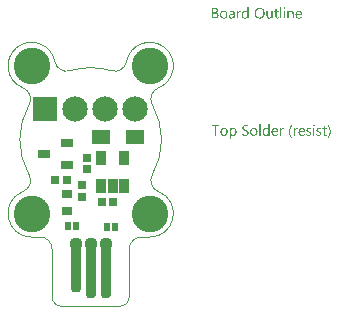
<source format=gts>
G04*
G04 #@! TF.GenerationSoftware,Altium Limited,Altium Designer,21.3.2 (30)*
G04*
G04 Layer_Color=8388736*
%FSAX25Y25*%
%MOIN*%
G70*
G04*
G04 #@! TF.SameCoordinates,922420EC-F797-4737-9FA0-C8A043E9FC0D*
G04*
G04*
G04 #@! TF.FilePolarity,Negative*
G04*
G01*
G75*
%ADD12C,0.00197*%
G04:AMPARAMS|DCode=21|XSize=35.43mil|YSize=188.98mil|CornerRadius=13.82mil|HoleSize=0mil|Usage=FLASHONLY|Rotation=180.000|XOffset=0mil|YOffset=0mil|HoleType=Round|Shape=RoundedRectangle|*
%AMROUNDEDRECTD21*
21,1,0.03543,0.16134,0,0,180.0*
21,1,0.00780,0.18898,0,0,180.0*
1,1,0.02764,-0.00390,0.08067*
1,1,0.02764,0.00390,0.08067*
1,1,0.02764,0.00390,-0.08067*
1,1,0.02764,-0.00390,-0.08067*
%
%ADD21ROUNDEDRECTD21*%
G04:AMPARAMS|DCode=22|XSize=35.43mil|YSize=169.29mil|CornerRadius=13.82mil|HoleSize=0mil|Usage=FLASHONLY|Rotation=180.000|XOffset=0mil|YOffset=0mil|HoleType=Round|Shape=RoundedRectangle|*
%AMROUNDEDRECTD22*
21,1,0.03543,0.14165,0,0,180.0*
21,1,0.00780,0.16929,0,0,180.0*
1,1,0.02764,-0.00390,0.07083*
1,1,0.02764,0.00390,0.07083*
1,1,0.02764,0.00390,-0.07083*
1,1,0.02764,-0.00390,-0.07083*
%
%ADD22ROUNDEDRECTD22*%
%ADD23R,0.03347X0.04528*%
%ADD24R,0.02756X0.02559*%
%ADD25R,0.02559X0.02756*%
%ADD26R,0.05906X0.04921*%
%ADD27R,0.02559X0.02756*%
%ADD28R,0.03740X0.02953*%
%ADD29R,0.04134X0.02953*%
%ADD30R,0.01968X0.03150*%
%ADD31C,0.08465*%
%ADD32R,0.08465X0.08465*%
%ADD33C,0.00591*%
%ADD34C,0.04370*%
%ADD35C,0.12205*%
G36*
X0064623Y0044275D02*
X0064650Y0044268D01*
X0064678Y0044259D01*
X0064709Y0044244D01*
X0064740Y0044225D01*
X0064771Y0044201D01*
X0064774Y0044197D01*
X0064783Y0044188D01*
X0064796Y0044173D01*
X0064811Y0044151D01*
X0064824Y0044123D01*
X0064836Y0044092D01*
X0064845Y0044055D01*
X0064848Y0044015D01*
Y0044009D01*
Y0043997D01*
X0064845Y0043978D01*
X0064839Y0043950D01*
X0064830Y0043922D01*
X0064814Y0043891D01*
X0064796Y0043861D01*
X0064771Y0043830D01*
X0064768Y0043827D01*
X0064759Y0043817D01*
X0064740Y0043805D01*
X0064719Y0043793D01*
X0064691Y0043780D01*
X0064660Y0043768D01*
X0064626Y0043759D01*
X0064586Y0043755D01*
X0064567D01*
X0064549Y0043759D01*
X0064521Y0043765D01*
X0064493Y0043774D01*
X0064462Y0043786D01*
X0064431Y0043802D01*
X0064400Y0043827D01*
X0064397Y0043830D01*
X0064388Y0043839D01*
X0064376Y0043857D01*
X0064363Y0043879D01*
X0064351Y0043904D01*
X0064338Y0043938D01*
X0064329Y0043975D01*
X0064326Y0044015D01*
Y0044021D01*
Y0044034D01*
X0064329Y0044055D01*
X0064335Y0044080D01*
X0064345Y0044111D01*
X0064357Y0044142D01*
X0064376Y0044173D01*
X0064400Y0044201D01*
X0064403Y0044203D01*
X0064413Y0044213D01*
X0064431Y0044225D01*
X0064453Y0044241D01*
X0064481Y0044253D01*
X0064512Y0044265D01*
X0064546Y0044275D01*
X0064586Y0044278D01*
X0064604D01*
X0064623Y0044275D01*
D02*
G37*
G36*
X0052655Y0040610D02*
X0052254D01*
Y0041033D01*
X0052244D01*
X0052241Y0041027D01*
X0052232Y0041012D01*
X0052213Y0040990D01*
X0052192Y0040959D01*
X0052161Y0040922D01*
X0052127Y0040882D01*
X0052083Y0040839D01*
X0052031Y0040792D01*
X0051975Y0040746D01*
X0051911Y0040703D01*
X0051839Y0040662D01*
X0051762Y0040625D01*
X0051679Y0040594D01*
X0051586Y0040573D01*
X0051487Y0040557D01*
X0051382Y0040551D01*
X0051360D01*
X0051336Y0040554D01*
X0051305Y0040557D01*
X0051265Y0040560D01*
X0051218Y0040570D01*
X0051166Y0040579D01*
X0051110Y0040594D01*
X0051051Y0040610D01*
X0050990Y0040635D01*
X0050928Y0040659D01*
X0050863Y0040693D01*
X0050801Y0040730D01*
X0050739Y0040777D01*
X0050681Y0040829D01*
X0050625Y0040888D01*
X0050622Y0040891D01*
X0050613Y0040903D01*
X0050600Y0040922D01*
X0050582Y0040950D01*
X0050560Y0040984D01*
X0050535Y0041024D01*
X0050511Y0041073D01*
X0050486Y0041129D01*
X0050458Y0041191D01*
X0050433Y0041259D01*
X0050409Y0041336D01*
X0050387Y0041416D01*
X0050369Y0041503D01*
X0050356Y0041599D01*
X0050347Y0041698D01*
X0050344Y0041803D01*
Y0041806D01*
Y0041809D01*
Y0041818D01*
Y0041830D01*
X0050347Y0041861D01*
X0050350Y0041905D01*
X0050353Y0041960D01*
X0050359Y0042019D01*
X0050369Y0042087D01*
X0050384Y0042161D01*
X0050400Y0042238D01*
X0050421Y0042322D01*
X0050446Y0042402D01*
X0050477Y0042489D01*
X0050511Y0042569D01*
X0050554Y0042649D01*
X0050600Y0042726D01*
X0050656Y0042801D01*
X0050659Y0042804D01*
X0050671Y0042816D01*
X0050690Y0042835D01*
X0050715Y0042859D01*
X0050745Y0042887D01*
X0050783Y0042921D01*
X0050829Y0042955D01*
X0050878Y0042989D01*
X0050937Y0043023D01*
X0050999Y0043057D01*
X0051067Y0043091D01*
X0051141Y0043119D01*
X0051221Y0043144D01*
X0051308Y0043162D01*
X0051398Y0043175D01*
X0051493Y0043178D01*
X0051515D01*
X0051543Y0043175D01*
X0051577Y0043172D01*
X0051620Y0043165D01*
X0051669Y0043156D01*
X0051722Y0043144D01*
X0051781Y0043128D01*
X0051842Y0043107D01*
X0051904Y0043079D01*
X0051966Y0043045D01*
X0052028Y0043005D01*
X0052087Y0042958D01*
X0052145Y0042906D01*
X0052198Y0042841D01*
X0052244Y0042770D01*
X0052254D01*
Y0044324D01*
X0052655D01*
Y0040610D01*
D02*
G37*
G36*
X0066869Y0043175D02*
X0066897D01*
X0066931Y0043168D01*
X0066971Y0043162D01*
X0067014Y0043156D01*
X0067061Y0043144D01*
X0067110Y0043131D01*
X0067163Y0043113D01*
X0067215Y0043091D01*
X0067268Y0043063D01*
X0067317Y0043032D01*
X0067367Y0042998D01*
X0067413Y0042955D01*
X0067456Y0042909D01*
X0067459Y0042906D01*
X0067466Y0042897D01*
X0067478Y0042881D01*
X0067490Y0042859D01*
X0067506Y0042832D01*
X0067524Y0042798D01*
X0067546Y0042757D01*
X0067567Y0042714D01*
X0067586Y0042662D01*
X0067608Y0042606D01*
X0067626Y0042541D01*
X0067642Y0042473D01*
X0067654Y0042399D01*
X0067666Y0042319D01*
X0067673Y0042235D01*
X0067676Y0042143D01*
Y0040610D01*
X0067274D01*
Y0042041D01*
Y0042044D01*
Y0042050D01*
Y0042059D01*
Y0042074D01*
X0067271Y0042093D01*
Y0042115D01*
X0067265Y0042164D01*
X0067255Y0042226D01*
X0067243Y0042294D01*
X0067225Y0042365D01*
X0067200Y0042439D01*
X0067169Y0042513D01*
X0067132Y0042584D01*
X0067085Y0042652D01*
X0067027Y0042714D01*
X0066962Y0042764D01*
X0066925Y0042785D01*
X0066882Y0042804D01*
X0066838Y0042819D01*
X0066792Y0042829D01*
X0066742Y0042835D01*
X0066690Y0042838D01*
X0066662D01*
X0066641Y0042835D01*
X0066616Y0042832D01*
X0066585Y0042825D01*
X0066551Y0042819D01*
X0066517Y0042810D01*
X0066477Y0042798D01*
X0066437Y0042782D01*
X0066396Y0042764D01*
X0066353Y0042742D01*
X0066313Y0042714D01*
X0066270Y0042683D01*
X0066229Y0042649D01*
X0066192Y0042609D01*
X0066189Y0042606D01*
X0066183Y0042600D01*
X0066174Y0042588D01*
X0066162Y0042569D01*
X0066146Y0042547D01*
X0066131Y0042520D01*
X0066112Y0042489D01*
X0066094Y0042455D01*
X0066075Y0042414D01*
X0066057Y0042371D01*
X0066041Y0042325D01*
X0066026Y0042275D01*
X0066013Y0042220D01*
X0066004Y0042164D01*
X0065998Y0042102D01*
X0065995Y0042041D01*
Y0040610D01*
X0065593D01*
Y0043119D01*
X0065995D01*
Y0042702D01*
X0066004D01*
X0066007Y0042708D01*
X0066016Y0042723D01*
X0066035Y0042745D01*
X0066057Y0042776D01*
X0066087Y0042813D01*
X0066121Y0042853D01*
X0066165Y0042897D01*
X0066214Y0042940D01*
X0066270Y0042983D01*
X0066331Y0043026D01*
X0066400Y0043066D01*
X0066471Y0043104D01*
X0066551Y0043134D01*
X0066637Y0043156D01*
X0066730Y0043172D01*
X0066829Y0043178D01*
X0066847D01*
X0066869Y0043175D01*
D02*
G37*
G36*
X0049893Y0043159D02*
X0049927D01*
X0049964Y0043153D01*
X0050004Y0043147D01*
X0050044Y0043141D01*
X0050078Y0043128D01*
Y0042711D01*
X0050072Y0042714D01*
X0050060Y0042723D01*
X0050035Y0042736D01*
X0050001Y0042751D01*
X0049955Y0042767D01*
X0049905Y0042779D01*
X0049843Y0042788D01*
X0049772Y0042791D01*
X0049747D01*
X0049729Y0042788D01*
X0049707Y0042785D01*
X0049683Y0042779D01*
X0049624Y0042761D01*
X0049590Y0042748D01*
X0049556Y0042733D01*
X0049519Y0042711D01*
X0049482Y0042689D01*
X0049448Y0042662D01*
X0049411Y0042628D01*
X0049377Y0042591D01*
X0049343Y0042547D01*
X0049340Y0042544D01*
X0049336Y0042535D01*
X0049327Y0042523D01*
X0049315Y0042504D01*
X0049303Y0042479D01*
X0049287Y0042448D01*
X0049272Y0042414D01*
X0049256Y0042374D01*
X0049241Y0042331D01*
X0049225Y0042282D01*
X0049210Y0042226D01*
X0049197Y0042167D01*
X0049185Y0042102D01*
X0049176Y0042034D01*
X0049173Y0041963D01*
X0049170Y0041886D01*
Y0040610D01*
X0048768D01*
Y0043119D01*
X0049170D01*
Y0042600D01*
X0049179D01*
Y0042603D01*
X0049182Y0042612D01*
X0049188Y0042625D01*
X0049194Y0042643D01*
X0049204Y0042665D01*
X0049216Y0042693D01*
X0049244Y0042751D01*
X0049281Y0042819D01*
X0049327Y0042887D01*
X0049380Y0042952D01*
X0049442Y0043014D01*
X0049445Y0043017D01*
X0049451Y0043020D01*
X0049460Y0043026D01*
X0049472Y0043039D01*
X0049488Y0043048D01*
X0049510Y0043060D01*
X0049556Y0043088D01*
X0049615Y0043116D01*
X0049683Y0043141D01*
X0049757Y0043156D01*
X0049797Y0043159D01*
X0049837Y0043162D01*
X0049862D01*
X0049893Y0043159D01*
D02*
G37*
G36*
X0060655Y0040610D02*
X0060254D01*
Y0041005D01*
X0060244D01*
X0060241Y0040999D01*
X0060232Y0040987D01*
X0060216Y0040962D01*
X0060198Y0040934D01*
X0060170Y0040900D01*
X0060136Y0040863D01*
X0060099Y0040820D01*
X0060053Y0040780D01*
X0060003Y0040737D01*
X0059944Y0040696D01*
X0059883Y0040656D01*
X0059812Y0040622D01*
X0059734Y0040594D01*
X0059654Y0040570D01*
X0059564Y0040557D01*
X0059469Y0040551D01*
X0059447D01*
X0059431Y0040554D01*
X0059410D01*
X0059385Y0040557D01*
X0059357Y0040563D01*
X0059330Y0040567D01*
X0059262Y0040585D01*
X0059184Y0040607D01*
X0059104Y0040641D01*
X0059064Y0040662D01*
X0059021Y0040684D01*
X0058977Y0040712D01*
X0058937Y0040740D01*
X0058897Y0040774D01*
X0058857Y0040811D01*
X0058817Y0040854D01*
X0058780Y0040897D01*
X0058746Y0040947D01*
X0058712Y0041002D01*
X0058684Y0041061D01*
X0058656Y0041123D01*
X0058631Y0041191D01*
X0058610Y0041265D01*
X0058594Y0041345D01*
X0058582Y0041429D01*
X0058576Y0041521D01*
X0058573Y0041617D01*
Y0043119D01*
X0058971D01*
Y0041682D01*
Y0041679D01*
Y0041673D01*
Y0041664D01*
Y0041648D01*
X0058974Y0041630D01*
Y0041608D01*
X0058980Y0041559D01*
X0058990Y0041497D01*
X0059002Y0041432D01*
X0059024Y0041358D01*
X0059048Y0041287D01*
X0059079Y0041212D01*
X0059119Y0041138D01*
X0059169Y0041073D01*
X0059228Y0041012D01*
X0059299Y0040962D01*
X0059336Y0040940D01*
X0059379Y0040922D01*
X0059425Y0040907D01*
X0059472Y0040897D01*
X0059524Y0040891D01*
X0059580Y0040888D01*
X0059608D01*
X0059629Y0040891D01*
X0059654Y0040894D01*
X0059682Y0040900D01*
X0059716Y0040907D01*
X0059750Y0040916D01*
X0059787Y0040925D01*
X0059827Y0040940D01*
X0059867Y0040959D01*
X0059907Y0040981D01*
X0059948Y0041005D01*
X0059988Y0041033D01*
X0060025Y0041067D01*
X0060062Y0041104D01*
X0060065Y0041107D01*
X0060071Y0041113D01*
X0060080Y0041126D01*
X0060093Y0041144D01*
X0060105Y0041166D01*
X0060124Y0041191D01*
X0060139Y0041222D01*
X0060158Y0041256D01*
X0060176Y0041296D01*
X0060192Y0041339D01*
X0060210Y0041385D01*
X0060223Y0041435D01*
X0060235Y0041491D01*
X0060244Y0041546D01*
X0060250Y0041608D01*
X0060254Y0041673D01*
Y0043119D01*
X0060655D01*
Y0040610D01*
D02*
G37*
G36*
X0064780D02*
X0064379D01*
Y0043119D01*
X0064780D01*
Y0040610D01*
D02*
G37*
G36*
X0063566D02*
X0063164D01*
Y0044324D01*
X0063566D01*
Y0040610D01*
D02*
G37*
G36*
X0047164Y0043175D02*
X0047186D01*
X0047207Y0043172D01*
X0047235Y0043168D01*
X0047266Y0043162D01*
X0047331Y0043150D01*
X0047408Y0043128D01*
X0047486Y0043100D01*
X0047569Y0043060D01*
X0047652Y0043011D01*
X0047693Y0042983D01*
X0047733Y0042949D01*
X0047770Y0042912D01*
X0047807Y0042875D01*
X0047841Y0042832D01*
X0047872Y0042782D01*
X0047903Y0042733D01*
X0047930Y0042677D01*
X0047952Y0042615D01*
X0047974Y0042550D01*
X0047989Y0042482D01*
X0048002Y0042405D01*
X0048008Y0042328D01*
X0048011Y0042241D01*
Y0040610D01*
X0047609D01*
Y0040999D01*
X0047600D01*
X0047597Y0040993D01*
X0047588Y0040981D01*
X0047572Y0040959D01*
X0047550Y0040928D01*
X0047523Y0040894D01*
X0047489Y0040857D01*
X0047452Y0040817D01*
X0047405Y0040777D01*
X0047353Y0040734D01*
X0047297Y0040693D01*
X0047232Y0040656D01*
X0047164Y0040622D01*
X0047087Y0040591D01*
X0047007Y0040570D01*
X0046920Y0040557D01*
X0046827Y0040551D01*
X0046790D01*
X0046766Y0040554D01*
X0046735Y0040557D01*
X0046698Y0040560D01*
X0046657Y0040567D01*
X0046614Y0040576D01*
X0046518Y0040601D01*
X0046472Y0040616D01*
X0046423Y0040635D01*
X0046373Y0040656D01*
X0046327Y0040684D01*
X0046284Y0040715D01*
X0046240Y0040749D01*
X0046237Y0040752D01*
X0046231Y0040758D01*
X0046222Y0040771D01*
X0046206Y0040786D01*
X0046191Y0040804D01*
X0046175Y0040829D01*
X0046154Y0040857D01*
X0046135Y0040888D01*
X0046117Y0040925D01*
X0046098Y0040965D01*
X0046080Y0041008D01*
X0046064Y0041055D01*
X0046049Y0041104D01*
X0046040Y0041157D01*
X0046033Y0041216D01*
X0046030Y0041274D01*
Y0041277D01*
Y0041284D01*
Y0041293D01*
X0046033Y0041305D01*
Y0041321D01*
X0046036Y0041339D01*
X0046043Y0041385D01*
X0046055Y0041441D01*
X0046073Y0041503D01*
X0046098Y0041571D01*
X0046135Y0041642D01*
X0046178Y0041713D01*
X0046231Y0041784D01*
X0046265Y0041818D01*
X0046299Y0041852D01*
X0046339Y0041886D01*
X0046379Y0041917D01*
X0046426Y0041948D01*
X0046475Y0041976D01*
X0046528Y0042000D01*
X0046586Y0042025D01*
X0046648Y0042047D01*
X0046713Y0042065D01*
X0046784Y0042081D01*
X0046858Y0042093D01*
X0047609Y0042198D01*
Y0042201D01*
Y0042204D01*
Y0042214D01*
Y0042226D01*
X0047606Y0042257D01*
X0047600Y0042297D01*
X0047594Y0042346D01*
X0047581Y0042402D01*
X0047566Y0042458D01*
X0047544Y0042520D01*
X0047517Y0042578D01*
X0047482Y0042637D01*
X0047442Y0042689D01*
X0047393Y0042739D01*
X0047331Y0042779D01*
X0047263Y0042810D01*
X0047226Y0042822D01*
X0047183Y0042832D01*
X0047139Y0042835D01*
X0047093Y0042838D01*
X0047071D01*
X0047050Y0042835D01*
X0047016Y0042832D01*
X0046976Y0042829D01*
X0046929Y0042822D01*
X0046877Y0042813D01*
X0046821Y0042801D01*
X0046759Y0042782D01*
X0046694Y0042764D01*
X0046627Y0042739D01*
X0046556Y0042708D01*
X0046484Y0042671D01*
X0046413Y0042631D01*
X0046342Y0042584D01*
X0046274Y0042529D01*
Y0042940D01*
X0046277Y0042943D01*
X0046290Y0042949D01*
X0046311Y0042961D01*
X0046339Y0042977D01*
X0046376Y0042995D01*
X0046416Y0043014D01*
X0046466Y0043036D01*
X0046521Y0043060D01*
X0046580Y0043082D01*
X0046645Y0043104D01*
X0046716Y0043122D01*
X0046790Y0043141D01*
X0046871Y0043156D01*
X0046951Y0043168D01*
X0047038Y0043175D01*
X0047127Y0043178D01*
X0047149D01*
X0047164Y0043175D01*
D02*
G37*
G36*
X0041528Y0044120D02*
X0041565Y0044117D01*
X0041608Y0044111D01*
X0041658Y0044105D01*
X0041714Y0044095D01*
X0041769Y0044083D01*
X0041828Y0044068D01*
X0041890Y0044049D01*
X0041948Y0044027D01*
X0042010Y0044003D01*
X0042066Y0043972D01*
X0042121Y0043938D01*
X0042174Y0043898D01*
X0042177Y0043894D01*
X0042186Y0043888D01*
X0042199Y0043876D01*
X0042214Y0043857D01*
X0042236Y0043836D01*
X0042257Y0043808D01*
X0042282Y0043777D01*
X0042307Y0043743D01*
X0042331Y0043703D01*
X0042356Y0043660D01*
X0042378Y0043610D01*
X0042399Y0043561D01*
X0042415Y0043505D01*
X0042427Y0043446D01*
X0042437Y0043385D01*
X0042440Y0043320D01*
Y0043317D01*
Y0043307D01*
Y0043292D01*
X0042437Y0043270D01*
X0042433Y0043242D01*
X0042430Y0043215D01*
X0042427Y0043181D01*
X0042421Y0043144D01*
X0042399Y0043060D01*
X0042372Y0042974D01*
X0042353Y0042927D01*
X0042331Y0042884D01*
X0042307Y0042841D01*
X0042279Y0042798D01*
X0042276Y0042794D01*
X0042273Y0042788D01*
X0042263Y0042776D01*
X0042248Y0042761D01*
X0042233Y0042745D01*
X0042214Y0042723D01*
X0042189Y0042702D01*
X0042165Y0042677D01*
X0042134Y0042652D01*
X0042100Y0042625D01*
X0042063Y0042600D01*
X0042022Y0042572D01*
X0041979Y0042547D01*
X0041936Y0042526D01*
X0041834Y0042485D01*
Y0042476D01*
X0041837D01*
X0041849Y0042473D01*
X0041868Y0042470D01*
X0041893Y0042467D01*
X0041924Y0042461D01*
X0041958Y0042452D01*
X0041998Y0042439D01*
X0042038Y0042427D01*
X0042127Y0042393D01*
X0042177Y0042371D01*
X0042223Y0042343D01*
X0042270Y0042316D01*
X0042316Y0042285D01*
X0042362Y0042248D01*
X0042402Y0042207D01*
X0042406Y0042204D01*
X0042412Y0042198D01*
X0042421Y0042186D01*
X0042437Y0042167D01*
X0042452Y0042143D01*
X0042470Y0042118D01*
X0042489Y0042084D01*
X0042511Y0042050D01*
X0042529Y0042010D01*
X0042548Y0041963D01*
X0042566Y0041917D01*
X0042582Y0041864D01*
X0042597Y0041806D01*
X0042606Y0041747D01*
X0042613Y0041685D01*
X0042616Y0041617D01*
Y0041611D01*
Y0041599D01*
X0042613Y0041574D01*
X0042610Y0041543D01*
X0042606Y0041503D01*
X0042597Y0041460D01*
X0042588Y0041410D01*
X0042576Y0041358D01*
X0042557Y0041299D01*
X0042535Y0041240D01*
X0042511Y0041181D01*
X0042480Y0041120D01*
X0042443Y0041058D01*
X0042399Y0040999D01*
X0042350Y0040944D01*
X0042291Y0040888D01*
X0042288Y0040885D01*
X0042276Y0040876D01*
X0042257Y0040863D01*
X0042233Y0040845D01*
X0042202Y0040823D01*
X0042162Y0040801D01*
X0042118Y0040774D01*
X0042069Y0040749D01*
X0042010Y0040724D01*
X0041948Y0040699D01*
X0041883Y0040675D01*
X0041809Y0040653D01*
X0041732Y0040635D01*
X0041652Y0040622D01*
X0041565Y0040613D01*
X0041475Y0040610D01*
X0040453D01*
Y0044123D01*
X0041494D01*
X0041528Y0044120D01*
D02*
G37*
G36*
X0061996Y0043119D02*
X0062630D01*
Y0042773D01*
X0061996D01*
Y0041361D01*
Y0041358D01*
Y0041348D01*
Y0041336D01*
Y0041321D01*
X0061999Y0041299D01*
X0062002Y0041274D01*
X0062009Y0041222D01*
X0062018Y0041160D01*
X0062033Y0041101D01*
X0062055Y0041046D01*
X0062067Y0041021D01*
X0062083Y0040999D01*
X0062086Y0040996D01*
X0062098Y0040984D01*
X0062120Y0040965D01*
X0062151Y0040947D01*
X0062191Y0040925D01*
X0062240Y0040910D01*
X0062299Y0040897D01*
X0062367Y0040891D01*
X0062392D01*
X0062420Y0040894D01*
X0062457Y0040900D01*
X0062497Y0040913D01*
X0062543Y0040925D01*
X0062586Y0040947D01*
X0062630Y0040975D01*
Y0040631D01*
X0062627D01*
X0062624Y0040628D01*
X0062614Y0040625D01*
X0062605Y0040619D01*
X0062571Y0040607D01*
X0062531Y0040594D01*
X0062475Y0040582D01*
X0062410Y0040570D01*
X0062336Y0040560D01*
X0062253Y0040557D01*
X0062225D01*
X0062191Y0040563D01*
X0062151Y0040570D01*
X0062101Y0040579D01*
X0062046Y0040598D01*
X0061984Y0040619D01*
X0061925Y0040650D01*
X0061863Y0040687D01*
X0061802Y0040737D01*
X0061746Y0040795D01*
X0061721Y0040829D01*
X0061696Y0040866D01*
X0061675Y0040907D01*
X0061656Y0040950D01*
X0061638Y0040996D01*
X0061622Y0041049D01*
X0061610Y0041101D01*
X0061601Y0041160D01*
X0061598Y0041222D01*
X0061594Y0041290D01*
Y0042773D01*
X0061165D01*
Y0043119D01*
X0061594D01*
Y0043731D01*
X0061996Y0043861D01*
Y0043119D01*
D02*
G37*
G36*
X0069465Y0043175D02*
X0069499Y0043172D01*
X0069542Y0043168D01*
X0069588Y0043162D01*
X0069641Y0043150D01*
X0069696Y0043137D01*
X0069758Y0043122D01*
X0069820Y0043100D01*
X0069882Y0043073D01*
X0069947Y0043042D01*
X0070009Y0043005D01*
X0070067Y0042961D01*
X0070126Y0042912D01*
X0070179Y0042856D01*
X0070182Y0042853D01*
X0070191Y0042841D01*
X0070203Y0042822D01*
X0070222Y0042798D01*
X0070240Y0042767D01*
X0070265Y0042726D01*
X0070290Y0042680D01*
X0070315Y0042628D01*
X0070339Y0042566D01*
X0070364Y0042501D01*
X0070389Y0042427D01*
X0070407Y0042349D01*
X0070426Y0042263D01*
X0070438Y0042173D01*
X0070447Y0042074D01*
X0070451Y0041973D01*
Y0041762D01*
X0068677D01*
Y0041756D01*
Y0041744D01*
X0068680Y0041722D01*
X0068683Y0041695D01*
X0068686Y0041657D01*
X0068692Y0041617D01*
X0068698Y0041574D01*
X0068711Y0041524D01*
X0068739Y0041420D01*
X0068757Y0041367D01*
X0068779Y0041311D01*
X0068804Y0041259D01*
X0068831Y0041206D01*
X0068865Y0041160D01*
X0068902Y0041113D01*
X0068906Y0041110D01*
X0068912Y0041104D01*
X0068924Y0041092D01*
X0068943Y0041080D01*
X0068964Y0041061D01*
X0068992Y0041043D01*
X0069023Y0041021D01*
X0069057Y0041002D01*
X0069097Y0040981D01*
X0069143Y0040959D01*
X0069190Y0040940D01*
X0069245Y0040922D01*
X0069301Y0040910D01*
X0069363Y0040897D01*
X0069428Y0040891D01*
X0069496Y0040888D01*
X0069514D01*
X0069536Y0040891D01*
X0069567D01*
X0069604Y0040897D01*
X0069647Y0040903D01*
X0069696Y0040913D01*
X0069752Y0040922D01*
X0069811Y0040937D01*
X0069873Y0040956D01*
X0069937Y0040978D01*
X0070002Y0041005D01*
X0070070Y0041036D01*
X0070138Y0041073D01*
X0070206Y0041117D01*
X0070274Y0041166D01*
Y0040789D01*
X0070271Y0040786D01*
X0070259Y0040780D01*
X0070240Y0040767D01*
X0070216Y0040752D01*
X0070182Y0040734D01*
X0070142Y0040715D01*
X0070095Y0040693D01*
X0070043Y0040672D01*
X0069981Y0040647D01*
X0069916Y0040625D01*
X0069845Y0040607D01*
X0069768Y0040588D01*
X0069684Y0040573D01*
X0069595Y0040560D01*
X0069499Y0040554D01*
X0069400Y0040551D01*
X0069375D01*
X0069350Y0040554D01*
X0069313Y0040557D01*
X0069267Y0040560D01*
X0069214Y0040570D01*
X0069159Y0040579D01*
X0069097Y0040594D01*
X0069032Y0040613D01*
X0068964Y0040635D01*
X0068893Y0040662D01*
X0068825Y0040693D01*
X0068754Y0040734D01*
X0068689Y0040780D01*
X0068624Y0040832D01*
X0068566Y0040891D01*
X0068563Y0040894D01*
X0068553Y0040907D01*
X0068538Y0040928D01*
X0068519Y0040956D01*
X0068494Y0040990D01*
X0068470Y0041033D01*
X0068442Y0041083D01*
X0068414Y0041141D01*
X0068386Y0041203D01*
X0068358Y0041277D01*
X0068334Y0041355D01*
X0068309Y0041441D01*
X0068291Y0041534D01*
X0068275Y0041633D01*
X0068266Y0041741D01*
X0068263Y0041852D01*
Y0041855D01*
Y0041858D01*
Y0041868D01*
Y0041877D01*
X0068266Y0041908D01*
X0068269Y0041951D01*
X0068272Y0042000D01*
X0068281Y0042056D01*
X0068291Y0042121D01*
X0068303Y0042192D01*
X0068322Y0042266D01*
X0068343Y0042343D01*
X0068371Y0042424D01*
X0068402Y0042504D01*
X0068439Y0042581D01*
X0068485Y0042662D01*
X0068535Y0042736D01*
X0068593Y0042807D01*
X0068597Y0042810D01*
X0068609Y0042822D01*
X0068627Y0042841D01*
X0068652Y0042866D01*
X0068686Y0042893D01*
X0068726Y0042924D01*
X0068770Y0042958D01*
X0068822Y0042992D01*
X0068878Y0043026D01*
X0068943Y0043060D01*
X0069011Y0043091D01*
X0069082Y0043119D01*
X0069159Y0043144D01*
X0069242Y0043162D01*
X0069329Y0043175D01*
X0069418Y0043178D01*
X0069440D01*
X0069465Y0043175D01*
D02*
G37*
G36*
X0056422Y0044179D02*
X0056444D01*
X0056465Y0044176D01*
X0056493D01*
X0056555Y0044166D01*
X0056626Y0044157D01*
X0056706Y0044142D01*
X0056793Y0044120D01*
X0056882Y0044095D01*
X0056978Y0044061D01*
X0057074Y0044021D01*
X0057173Y0043975D01*
X0057272Y0043919D01*
X0057364Y0043854D01*
X0057457Y0043777D01*
X0057543Y0043691D01*
X0057550Y0043684D01*
X0057562Y0043669D01*
X0057584Y0043641D01*
X0057615Y0043601D01*
X0057645Y0043551D01*
X0057686Y0043493D01*
X0057726Y0043425D01*
X0057766Y0043348D01*
X0057806Y0043258D01*
X0057846Y0043162D01*
X0057886Y0043057D01*
X0057920Y0042943D01*
X0057948Y0042819D01*
X0057970Y0042689D01*
X0057982Y0042553D01*
X0057989Y0042408D01*
Y0042405D01*
Y0042399D01*
Y0042387D01*
Y0042371D01*
X0057985Y0042349D01*
Y0042325D01*
X0057982Y0042297D01*
Y0042266D01*
X0057979Y0042232D01*
X0057976Y0042195D01*
X0057964Y0042112D01*
X0057951Y0042016D01*
X0057933Y0041917D01*
X0057908Y0041809D01*
X0057877Y0041698D01*
X0057840Y0041586D01*
X0057797Y0041472D01*
X0057744Y0041361D01*
X0057683Y0041249D01*
X0057612Y0041148D01*
X0057531Y0041049D01*
X0057525Y0041043D01*
X0057510Y0041027D01*
X0057485Y0041002D01*
X0057448Y0040971D01*
X0057401Y0040934D01*
X0057346Y0040891D01*
X0057284Y0040848D01*
X0057210Y0040801D01*
X0057126Y0040755D01*
X0057034Y0040709D01*
X0056935Y0040666D01*
X0056827Y0040628D01*
X0056709Y0040598D01*
X0056586Y0040573D01*
X0056453Y0040557D01*
X0056314Y0040551D01*
X0056280D01*
X0056264Y0040554D01*
X0056243D01*
X0056218Y0040557D01*
X0056190Y0040560D01*
X0056125Y0040567D01*
X0056054Y0040576D01*
X0055971Y0040591D01*
X0055884Y0040613D01*
X0055788Y0040638D01*
X0055693Y0040672D01*
X0055594Y0040712D01*
X0055492Y0040758D01*
X0055393Y0040814D01*
X0055297Y0040882D01*
X0055201Y0040956D01*
X0055115Y0041043D01*
X0055109Y0041049D01*
X0055096Y0041064D01*
X0055075Y0041092D01*
X0055044Y0041132D01*
X0055010Y0041181D01*
X0054973Y0041240D01*
X0054932Y0041308D01*
X0054892Y0041388D01*
X0054849Y0041475D01*
X0054809Y0041571D01*
X0054772Y0041676D01*
X0054738Y0041790D01*
X0054707Y0041914D01*
X0054685Y0042044D01*
X0054673Y0042180D01*
X0054667Y0042325D01*
Y0042328D01*
Y0042334D01*
Y0042346D01*
Y0042362D01*
X0054670Y0042384D01*
Y0042405D01*
X0054673Y0042433D01*
Y0042464D01*
X0054676Y0042498D01*
X0054682Y0042538D01*
X0054691Y0042618D01*
X0054704Y0042711D01*
X0054725Y0042810D01*
X0054747Y0042918D01*
X0054778Y0043026D01*
X0054815Y0043137D01*
X0054858Y0043252D01*
X0054911Y0043363D01*
X0054973Y0043471D01*
X0055044Y0043576D01*
X0055124Y0043675D01*
X0055130Y0043681D01*
X0055146Y0043697D01*
X0055170Y0043722D01*
X0055208Y0043755D01*
X0055254Y0043793D01*
X0055313Y0043836D01*
X0055377Y0043882D01*
X0055452Y0043929D01*
X0055538Y0043975D01*
X0055631Y0044021D01*
X0055733Y0044065D01*
X0055844Y0044102D01*
X0055964Y0044136D01*
X0056091Y0044160D01*
X0056227Y0044176D01*
X0056372Y0044182D01*
X0056403D01*
X0056422Y0044179D01*
D02*
G37*
G36*
X0044436Y0043175D02*
X0044476Y0043172D01*
X0044522Y0043168D01*
X0044578Y0043159D01*
X0044637Y0043150D01*
X0044701Y0043134D01*
X0044773Y0043116D01*
X0044844Y0043094D01*
X0044915Y0043066D01*
X0044989Y0043032D01*
X0045060Y0042992D01*
X0045131Y0042946D01*
X0045196Y0042893D01*
X0045258Y0042832D01*
X0045261Y0042829D01*
X0045270Y0042816D01*
X0045285Y0042794D01*
X0045307Y0042767D01*
X0045332Y0042733D01*
X0045357Y0042689D01*
X0045388Y0042640D01*
X0045415Y0042581D01*
X0045446Y0042516D01*
X0045474Y0042445D01*
X0045499Y0042368D01*
X0045523Y0042282D01*
X0045545Y0042189D01*
X0045561Y0042090D01*
X0045570Y0041985D01*
X0045573Y0041874D01*
Y0041871D01*
Y0041868D01*
Y0041858D01*
Y0041846D01*
X0045570Y0041815D01*
X0045567Y0041775D01*
X0045564Y0041722D01*
X0045554Y0041664D01*
X0045545Y0041599D01*
X0045530Y0041528D01*
X0045511Y0041453D01*
X0045489Y0041373D01*
X0045462Y0041293D01*
X0045431Y0041212D01*
X0045391Y0041132D01*
X0045344Y0041055D01*
X0045292Y0040981D01*
X0045233Y0040910D01*
X0045230Y0040907D01*
X0045217Y0040894D01*
X0045199Y0040876D01*
X0045171Y0040854D01*
X0045137Y0040826D01*
X0045097Y0040795D01*
X0045048Y0040764D01*
X0044992Y0040730D01*
X0044930Y0040696D01*
X0044862Y0040666D01*
X0044788Y0040635D01*
X0044708Y0040607D01*
X0044618Y0040585D01*
X0044525Y0040567D01*
X0044430Y0040554D01*
X0044324Y0040551D01*
X0044300D01*
X0044272Y0040554D01*
X0044232Y0040557D01*
X0044186Y0040560D01*
X0044130Y0040570D01*
X0044071Y0040579D01*
X0044006Y0040594D01*
X0043935Y0040613D01*
X0043864Y0040638D01*
X0043790Y0040666D01*
X0043716Y0040699D01*
X0043642Y0040740D01*
X0043567Y0040786D01*
X0043499Y0040839D01*
X0043435Y0040900D01*
X0043431Y0040903D01*
X0043419Y0040916D01*
X0043404Y0040937D01*
X0043382Y0040965D01*
X0043357Y0040999D01*
X0043330Y0041043D01*
X0043302Y0041092D01*
X0043271Y0041151D01*
X0043240Y0041212D01*
X0043209Y0041284D01*
X0043181Y0041361D01*
X0043156Y0041444D01*
X0043135Y0041531D01*
X0043119Y0041627D01*
X0043107Y0041728D01*
X0043104Y0041833D01*
Y0041837D01*
Y0041840D01*
Y0041849D01*
Y0041861D01*
X0043107Y0041895D01*
X0043110Y0041939D01*
X0043113Y0041991D01*
X0043123Y0042053D01*
X0043132Y0042121D01*
X0043147Y0042195D01*
X0043166Y0042272D01*
X0043187Y0042353D01*
X0043215Y0042436D01*
X0043249Y0042520D01*
X0043289Y0042600D01*
X0043333Y0042677D01*
X0043385Y0042751D01*
X0043447Y0042822D01*
X0043450Y0042825D01*
X0043462Y0042838D01*
X0043484Y0042856D01*
X0043512Y0042878D01*
X0043546Y0042906D01*
X0043589Y0042934D01*
X0043639Y0042968D01*
X0043694Y0043001D01*
X0043756Y0043032D01*
X0043827Y0043066D01*
X0043904Y0043094D01*
X0043988Y0043122D01*
X0044077Y0043144D01*
X0044173Y0043162D01*
X0044275Y0043175D01*
X0044383Y0043178D01*
X0044408D01*
X0044436Y0043175D01*
D02*
G37*
G36*
X0074433Y0005211D02*
X0074461Y0005205D01*
X0074489Y0005195D01*
X0074520Y0005180D01*
X0074551Y0005161D01*
X0074582Y0005137D01*
X0074585Y0005134D01*
X0074594Y0005125D01*
X0074607Y0005109D01*
X0074622Y0005087D01*
X0074634Y0005060D01*
X0074647Y0005029D01*
X0074656Y0004992D01*
X0074659Y0004951D01*
Y0004945D01*
Y0004933D01*
X0074656Y0004914D01*
X0074650Y0004887D01*
X0074641Y0004859D01*
X0074625Y0004828D01*
X0074607Y0004797D01*
X0074582Y0004766D01*
X0074579Y0004763D01*
X0074569Y0004754D01*
X0074551Y0004741D01*
X0074529Y0004729D01*
X0074502Y0004717D01*
X0074471Y0004704D01*
X0074437Y0004695D01*
X0074396Y0004692D01*
X0074378D01*
X0074359Y0004695D01*
X0074331Y0004701D01*
X0074304Y0004710D01*
X0074273Y0004723D01*
X0074242Y0004738D01*
X0074211Y0004763D01*
X0074208Y0004766D01*
X0074199Y0004775D01*
X0074186Y0004794D01*
X0074174Y0004815D01*
X0074162Y0004840D01*
X0074149Y0004874D01*
X0074140Y0004911D01*
X0074137Y0004951D01*
Y0004958D01*
Y0004970D01*
X0074140Y0004992D01*
X0074146Y0005016D01*
X0074155Y0005047D01*
X0074168Y0005078D01*
X0074186Y0005109D01*
X0074211Y0005137D01*
X0074214Y0005140D01*
X0074223Y0005149D01*
X0074242Y0005161D01*
X0074264Y0005177D01*
X0074291Y0005189D01*
X0074322Y0005202D01*
X0074356Y0005211D01*
X0074396Y0005214D01*
X0074415D01*
X0074433Y0005211D01*
D02*
G37*
G36*
X0051855Y0005115D02*
X0051898D01*
X0051948Y0005112D01*
X0052003Y0005109D01*
X0052062Y0005103D01*
X0052185Y0005087D01*
X0052309Y0005066D01*
X0052371Y0005050D01*
X0052426Y0005035D01*
X0052482Y0005013D01*
X0052529Y0004992D01*
Y0004528D01*
X0052525Y0004531D01*
X0052513Y0004537D01*
X0052498Y0004547D01*
X0052473Y0004562D01*
X0052442Y0004578D01*
X0052405Y0004596D01*
X0052362Y0004618D01*
X0052312Y0004636D01*
X0052257Y0004658D01*
X0052195Y0004676D01*
X0052130Y0004695D01*
X0052059Y0004710D01*
X0051985Y0004726D01*
X0051904Y0004735D01*
X0051818Y0004741D01*
X0051728Y0004744D01*
X0051679D01*
X0051645Y0004741D01*
X0051605Y0004738D01*
X0051558Y0004732D01*
X0051509Y0004726D01*
X0051459Y0004717D01*
X0051453D01*
X0051438Y0004710D01*
X0051413Y0004704D01*
X0051379Y0004695D01*
X0051342Y0004683D01*
X0051302Y0004667D01*
X0051258Y0004645D01*
X0051218Y0004624D01*
X0051215Y0004621D01*
X0051200Y0004611D01*
X0051181Y0004599D01*
X0051157Y0004581D01*
X0051132Y0004556D01*
X0051101Y0004528D01*
X0051073Y0004497D01*
X0051048Y0004460D01*
X0051045Y0004457D01*
X0051039Y0004442D01*
X0051027Y0004420D01*
X0051017Y0004392D01*
X0051005Y0004358D01*
X0050993Y0004315D01*
X0050987Y0004268D01*
X0050984Y0004216D01*
Y0004210D01*
Y0004194D01*
X0050987Y0004167D01*
X0050990Y0004136D01*
X0050996Y0004099D01*
X0051005Y0004058D01*
X0051017Y0004018D01*
X0051033Y0003981D01*
X0051036Y0003978D01*
X0051042Y0003966D01*
X0051055Y0003947D01*
X0051070Y0003923D01*
X0051092Y0003895D01*
X0051116Y0003864D01*
X0051147Y0003833D01*
X0051181Y0003802D01*
X0051184Y0003799D01*
X0051200Y0003790D01*
X0051221Y0003771D01*
X0051249Y0003752D01*
X0051283Y0003728D01*
X0051323Y0003703D01*
X0051370Y0003672D01*
X0051419Y0003644D01*
X0051422D01*
X0051425Y0003641D01*
X0051444Y0003632D01*
X0051475Y0003617D01*
X0051512Y0003595D01*
X0051561Y0003573D01*
X0051617Y0003545D01*
X0051679Y0003515D01*
X0051744Y0003481D01*
X0051747D01*
X0051753Y0003478D01*
X0051762Y0003471D01*
X0051775Y0003465D01*
X0051793Y0003456D01*
X0051812Y0003447D01*
X0051858Y0003422D01*
X0051914Y0003391D01*
X0051975Y0003357D01*
X0052037Y0003323D01*
X0052102Y0003283D01*
X0052105D01*
X0052108Y0003280D01*
X0052118Y0003274D01*
X0052130Y0003264D01*
X0052164Y0003243D01*
X0052204Y0003215D01*
X0052250Y0003181D01*
X0052300Y0003144D01*
X0052349Y0003101D01*
X0052399Y0003054D01*
X0052405Y0003048D01*
X0052420Y0003032D01*
X0052442Y0003008D01*
X0052473Y0002974D01*
X0052504Y0002934D01*
X0052538Y0002887D01*
X0052569Y0002835D01*
X0052600Y0002779D01*
Y0002776D01*
X0052603Y0002773D01*
X0052606Y0002764D01*
X0052612Y0002751D01*
X0052624Y0002720D01*
X0052640Y0002680D01*
X0052652Y0002628D01*
X0052664Y0002569D01*
X0052674Y0002504D01*
X0052677Y0002433D01*
Y0002430D01*
Y0002421D01*
Y0002408D01*
Y0002390D01*
X0052674Y0002368D01*
X0052671Y0002340D01*
X0052667Y0002313D01*
X0052664Y0002282D01*
X0052652Y0002211D01*
X0052634Y0002136D01*
X0052609Y0002062D01*
X0052575Y0001991D01*
Y0001988D01*
X0052572Y0001982D01*
X0052565Y0001973D01*
X0052556Y0001960D01*
X0052535Y0001929D01*
X0052504Y0001886D01*
X0052464Y0001840D01*
X0052417Y0001790D01*
X0052362Y0001744D01*
X0052300Y0001698D01*
X0052297D01*
X0052290Y0001691D01*
X0052281Y0001688D01*
X0052269Y0001679D01*
X0052254Y0001670D01*
X0052232Y0001661D01*
X0052185Y0001636D01*
X0052127Y0001611D01*
X0052059Y0001583D01*
X0051985Y0001559D01*
X0051901Y0001537D01*
X0051898D01*
X0051892Y0001534D01*
X0051880D01*
X0051861Y0001531D01*
X0051842Y0001525D01*
X0051818Y0001522D01*
X0051790Y0001518D01*
X0051756Y0001512D01*
X0051685Y0001503D01*
X0051605Y0001497D01*
X0051518Y0001491D01*
X0051425Y0001488D01*
X0051391D01*
X0051370Y0001491D01*
X0051339D01*
X0051302Y0001494D01*
X0051262Y0001497D01*
X0051218Y0001503D01*
X0051212D01*
X0051197Y0001506D01*
X0051172Y0001509D01*
X0051141Y0001512D01*
X0051104Y0001518D01*
X0051061Y0001525D01*
X0051017Y0001531D01*
X0050968Y0001540D01*
X0050962D01*
X0050946Y0001543D01*
X0050922Y0001549D01*
X0050891Y0001559D01*
X0050854Y0001565D01*
X0050814Y0001577D01*
X0050727Y0001602D01*
X0050721Y0001605D01*
X0050709Y0001608D01*
X0050687Y0001617D01*
X0050662Y0001627D01*
X0050634Y0001639D01*
X0050603Y0001654D01*
X0050573Y0001670D01*
X0050545Y0001688D01*
Y0002173D01*
X0050548Y0002170D01*
X0050560Y0002161D01*
X0050579Y0002146D01*
X0050600Y0002130D01*
X0050631Y0002109D01*
X0050665Y0002087D01*
X0050702Y0002062D01*
X0050745Y0002041D01*
X0050752Y0002038D01*
X0050767Y0002031D01*
X0050789Y0002019D01*
X0050820Y0002007D01*
X0050857Y0001991D01*
X0050897Y0001973D01*
X0050943Y0001954D01*
X0050990Y0001939D01*
X0050996Y0001936D01*
X0051011Y0001932D01*
X0051039Y0001926D01*
X0051070Y0001917D01*
X0051110Y0001905D01*
X0051153Y0001895D01*
X0051249Y0001877D01*
X0051255D01*
X0051271Y0001874D01*
X0051296Y0001871D01*
X0051329Y0001868D01*
X0051367Y0001861D01*
X0051407Y0001858D01*
X0051490Y0001855D01*
X0051527D01*
X0051552Y0001858D01*
X0051583D01*
X0051620Y0001861D01*
X0051660Y0001868D01*
X0051703Y0001874D01*
X0051796Y0001889D01*
X0051889Y0001914D01*
X0051978Y0001948D01*
X0052019Y0001970D01*
X0052056Y0001994D01*
X0052059Y0001997D01*
X0052065Y0002001D01*
X0052074Y0002010D01*
X0052087Y0002022D01*
X0052099Y0002035D01*
X0052114Y0002053D01*
X0052133Y0002075D01*
X0052152Y0002099D01*
X0052167Y0002127D01*
X0052185Y0002155D01*
X0052216Y0002226D01*
X0052226Y0002266D01*
X0052235Y0002310D01*
X0052241Y0002353D01*
X0052244Y0002402D01*
Y0002405D01*
Y0002408D01*
Y0002427D01*
X0052241Y0002452D01*
X0052238Y0002486D01*
X0052229Y0002526D01*
X0052219Y0002566D01*
X0052204Y0002609D01*
X0052182Y0002649D01*
X0052179Y0002656D01*
X0052170Y0002668D01*
X0052158Y0002686D01*
X0052139Y0002714D01*
X0052114Y0002742D01*
X0052083Y0002776D01*
X0052049Y0002807D01*
X0052009Y0002841D01*
X0052003Y0002844D01*
X0051991Y0002856D01*
X0051966Y0002875D01*
X0051935Y0002897D01*
X0051895Y0002921D01*
X0051852Y0002949D01*
X0051802Y0002980D01*
X0051747Y0003008D01*
X0051744D01*
X0051740Y0003011D01*
X0051731Y0003017D01*
X0051722Y0003023D01*
X0051691Y0003039D01*
X0051651Y0003060D01*
X0051601Y0003085D01*
X0051546Y0003113D01*
X0051487Y0003144D01*
X0051422Y0003178D01*
X0051419D01*
X0051413Y0003181D01*
X0051404Y0003187D01*
X0051391Y0003193D01*
X0051357Y0003212D01*
X0051311Y0003237D01*
X0051258Y0003264D01*
X0051200Y0003295D01*
X0051079Y0003366D01*
X0051076D01*
X0051073Y0003369D01*
X0051064Y0003376D01*
X0051051Y0003382D01*
X0051024Y0003403D01*
X0050987Y0003428D01*
X0050943Y0003459D01*
X0050897Y0003496D01*
X0050851Y0003533D01*
X0050804Y0003576D01*
X0050798Y0003583D01*
X0050786Y0003598D01*
X0050764Y0003620D01*
X0050736Y0003650D01*
X0050709Y0003691D01*
X0050678Y0003734D01*
X0050647Y0003783D01*
X0050619Y0003836D01*
Y0003839D01*
X0050616Y0003842D01*
X0050613Y0003851D01*
X0050610Y0003864D01*
X0050597Y0003895D01*
X0050585Y0003935D01*
X0050573Y0003984D01*
X0050560Y0004043D01*
X0050554Y0004108D01*
X0050551Y0004179D01*
Y0004182D01*
Y0004188D01*
Y0004204D01*
X0050554Y0004219D01*
Y0004241D01*
X0050557Y0004265D01*
X0050563Y0004321D01*
X0050576Y0004386D01*
X0050594Y0004457D01*
X0050622Y0004528D01*
X0050656Y0004596D01*
Y0004599D01*
X0050662Y0004605D01*
X0050668Y0004615D01*
X0050674Y0004627D01*
X0050699Y0004658D01*
X0050730Y0004701D01*
X0050770Y0004747D01*
X0050817Y0004797D01*
X0050869Y0004843D01*
X0050931Y0004890D01*
X0050934D01*
X0050940Y0004896D01*
X0050950Y0004902D01*
X0050962Y0004908D01*
X0050977Y0004917D01*
X0050996Y0004930D01*
X0051045Y0004955D01*
X0051104Y0004982D01*
X0051169Y0005010D01*
X0051243Y0005038D01*
X0051323Y0005060D01*
X0051327D01*
X0051333Y0005063D01*
X0051345Y0005066D01*
X0051360Y0005069D01*
X0051382Y0005072D01*
X0051404Y0005078D01*
X0051432Y0005084D01*
X0051462Y0005091D01*
X0051530Y0005100D01*
X0051605Y0005109D01*
X0051688Y0005115D01*
X0051771Y0005118D01*
X0051821D01*
X0051855Y0005115D01*
D02*
G37*
G36*
X0059620Y0001546D02*
X0059218D01*
Y0001970D01*
X0059209D01*
X0059206Y0001963D01*
X0059197Y0001948D01*
X0059178Y0001926D01*
X0059157Y0001895D01*
X0059126Y0001858D01*
X0059092Y0001818D01*
X0059048Y0001775D01*
X0058996Y0001729D01*
X0058940Y0001682D01*
X0058875Y0001639D01*
X0058804Y0001599D01*
X0058727Y0001562D01*
X0058644Y0001531D01*
X0058551Y0001509D01*
X0058452Y0001494D01*
X0058347Y0001488D01*
X0058325D01*
X0058301Y0001491D01*
X0058270Y0001494D01*
X0058230Y0001497D01*
X0058183Y0001506D01*
X0058131Y0001515D01*
X0058075Y0001531D01*
X0058016Y0001546D01*
X0057955Y0001571D01*
X0057893Y0001596D01*
X0057828Y0001630D01*
X0057766Y0001667D01*
X0057704Y0001713D01*
X0057645Y0001766D01*
X0057590Y0001824D01*
X0057587Y0001827D01*
X0057578Y0001840D01*
X0057565Y0001858D01*
X0057547Y0001886D01*
X0057525Y0001920D01*
X0057500Y0001960D01*
X0057476Y0002010D01*
X0057451Y0002065D01*
X0057423Y0002127D01*
X0057398Y0002195D01*
X0057374Y0002272D01*
X0057352Y0002353D01*
X0057333Y0002439D01*
X0057321Y0002535D01*
X0057312Y0002634D01*
X0057309Y0002739D01*
Y0002742D01*
Y0002745D01*
Y0002754D01*
Y0002767D01*
X0057312Y0002798D01*
X0057315Y0002841D01*
X0057318Y0002897D01*
X0057324Y0002955D01*
X0057333Y0003023D01*
X0057349Y0003097D01*
X0057364Y0003175D01*
X0057386Y0003258D01*
X0057411Y0003339D01*
X0057442Y0003425D01*
X0057476Y0003505D01*
X0057519Y0003586D01*
X0057565Y0003663D01*
X0057621Y0003737D01*
X0057624Y0003740D01*
X0057636Y0003752D01*
X0057655Y0003771D01*
X0057679Y0003796D01*
X0057710Y0003824D01*
X0057748Y0003858D01*
X0057794Y0003892D01*
X0057843Y0003926D01*
X0057902Y0003960D01*
X0057964Y0003994D01*
X0058032Y0004028D01*
X0058106Y0004055D01*
X0058186Y0004080D01*
X0058273Y0004099D01*
X0058362Y0004111D01*
X0058458Y0004114D01*
X0058480D01*
X0058508Y0004111D01*
X0058542Y0004108D01*
X0058585Y0004102D01*
X0058634Y0004092D01*
X0058687Y0004080D01*
X0058746Y0004065D01*
X0058807Y0004043D01*
X0058869Y0004015D01*
X0058931Y0003981D01*
X0058993Y0003941D01*
X0059052Y0003895D01*
X0059110Y0003842D01*
X0059163Y0003777D01*
X0059209Y0003706D01*
X0059218D01*
Y0005260D01*
X0059620D01*
Y0001546D01*
D02*
G37*
G36*
X0047655Y0004111D02*
X0047690Y0004108D01*
X0047730Y0004105D01*
X0047776Y0004095D01*
X0047829Y0004086D01*
X0047887Y0004071D01*
X0047946Y0004052D01*
X0048008Y0004031D01*
X0048070Y0004003D01*
X0048134Y0003972D01*
X0048196Y0003932D01*
X0048255Y0003885D01*
X0048314Y0003833D01*
X0048366Y0003774D01*
X0048369Y0003771D01*
X0048379Y0003759D01*
X0048391Y0003740D01*
X0048410Y0003712D01*
X0048428Y0003678D01*
X0048453Y0003638D01*
X0048478Y0003589D01*
X0048502Y0003536D01*
X0048527Y0003474D01*
X0048552Y0003406D01*
X0048576Y0003332D01*
X0048595Y0003252D01*
X0048613Y0003165D01*
X0048626Y0003073D01*
X0048635Y0002974D01*
X0048638Y0002872D01*
Y0002869D01*
Y0002866D01*
Y0002856D01*
Y0002844D01*
X0048635Y0002810D01*
X0048632Y0002767D01*
X0048629Y0002714D01*
X0048623Y0002653D01*
X0048613Y0002585D01*
X0048601Y0002510D01*
X0048583Y0002433D01*
X0048564Y0002350D01*
X0048539Y0002266D01*
X0048508Y0002183D01*
X0048474Y0002099D01*
X0048434Y0002016D01*
X0048385Y0001939D01*
X0048332Y0001864D01*
X0048329Y0001861D01*
X0048317Y0001849D01*
X0048301Y0001830D01*
X0048277Y0001806D01*
X0048246Y0001778D01*
X0048209Y0001744D01*
X0048162Y0001710D01*
X0048113Y0001676D01*
X0048057Y0001642D01*
X0047992Y0001608D01*
X0047924Y0001574D01*
X0047850Y0001546D01*
X0047770Y0001522D01*
X0047683Y0001503D01*
X0047591Y0001491D01*
X0047495Y0001488D01*
X0047473D01*
X0047449Y0001491D01*
X0047414Y0001494D01*
X0047374Y0001500D01*
X0047328Y0001509D01*
X0047276Y0001522D01*
X0047217Y0001540D01*
X0047158Y0001562D01*
X0047096Y0001589D01*
X0047034Y0001623D01*
X0046970Y0001664D01*
X0046908Y0001713D01*
X0046849Y0001769D01*
X0046793Y0001834D01*
X0046741Y0001908D01*
X0046732D01*
Y0000394D01*
X0046330D01*
Y0004055D01*
X0046732D01*
Y0003613D01*
X0046741D01*
X0046744Y0003620D01*
X0046756Y0003635D01*
X0046772Y0003660D01*
X0046797Y0003691D01*
X0046827Y0003731D01*
X0046865Y0003771D01*
X0046911Y0003817D01*
X0046960Y0003864D01*
X0047019Y0003910D01*
X0047084Y0003957D01*
X0047155Y0003997D01*
X0047232Y0004037D01*
X0047316Y0004068D01*
X0047408Y0004092D01*
X0047504Y0004108D01*
X0047609Y0004114D01*
X0047631D01*
X0047655Y0004111D01*
D02*
G37*
G36*
X0076272D02*
X0076300D01*
X0076334Y0004108D01*
X0076371Y0004105D01*
X0076411Y0004099D01*
X0076504Y0004086D01*
X0076600Y0004065D01*
X0076701Y0004037D01*
X0076800Y0004000D01*
Y0003592D01*
X0076797Y0003595D01*
X0076788Y0003601D01*
X0076773Y0003607D01*
X0076751Y0003620D01*
X0076726Y0003635D01*
X0076695Y0003650D01*
X0076658Y0003666D01*
X0076618Y0003684D01*
X0076572Y0003700D01*
X0076525Y0003715D01*
X0076473Y0003731D01*
X0076417Y0003746D01*
X0076355Y0003759D01*
X0076294Y0003765D01*
X0076232Y0003771D01*
X0076164Y0003774D01*
X0076124D01*
X0076096Y0003771D01*
X0076065Y0003768D01*
X0076031Y0003762D01*
X0075960Y0003746D01*
X0075957D01*
X0075945Y0003743D01*
X0075929Y0003737D01*
X0075907Y0003728D01*
X0075858Y0003706D01*
X0075805Y0003675D01*
X0075802Y0003672D01*
X0075796Y0003666D01*
X0075784Y0003657D01*
X0075768Y0003644D01*
X0075734Y0003610D01*
X0075704Y0003564D01*
Y0003561D01*
X0075697Y0003552D01*
X0075694Y0003539D01*
X0075688Y0003521D01*
X0075682Y0003502D01*
X0075676Y0003478D01*
X0075673Y0003450D01*
X0075669Y0003422D01*
Y0003419D01*
Y0003406D01*
X0075673Y0003388D01*
Y0003363D01*
X0075679Y0003339D01*
X0075685Y0003311D01*
X0075691Y0003283D01*
X0075704Y0003255D01*
X0075707Y0003252D01*
X0075710Y0003243D01*
X0075719Y0003230D01*
X0075731Y0003215D01*
X0075747Y0003199D01*
X0075762Y0003178D01*
X0075809Y0003138D01*
X0075812Y0003134D01*
X0075821Y0003128D01*
X0075836Y0003119D01*
X0075855Y0003107D01*
X0075880Y0003094D01*
X0075907Y0003079D01*
X0075941Y0003060D01*
X0075975Y0003045D01*
X0075978Y0003042D01*
X0075994Y0003039D01*
X0076012Y0003029D01*
X0076040Y0003020D01*
X0076074Y0003005D01*
X0076111Y0002989D01*
X0076152Y0002974D01*
X0076198Y0002955D01*
X0076201D01*
X0076204Y0002952D01*
X0076213Y0002949D01*
X0076226Y0002946D01*
X0076257Y0002934D01*
X0076297Y0002915D01*
X0076343Y0002897D01*
X0076396Y0002875D01*
X0076448Y0002850D01*
X0076498Y0002826D01*
X0076501D01*
X0076504Y0002822D01*
X0076519Y0002813D01*
X0076544Y0002801D01*
X0076575Y0002782D01*
X0076612Y0002757D01*
X0076649Y0002733D01*
X0076686Y0002702D01*
X0076723Y0002671D01*
X0076726Y0002668D01*
X0076739Y0002656D01*
X0076754Y0002640D01*
X0076776Y0002615D01*
X0076797Y0002588D01*
X0076822Y0002554D01*
X0076844Y0002517D01*
X0076865Y0002476D01*
X0076868Y0002470D01*
X0076875Y0002458D01*
X0076881Y0002433D01*
X0076890Y0002402D01*
X0076899Y0002365D01*
X0076909Y0002322D01*
X0076912Y0002272D01*
X0076915Y0002217D01*
Y0002214D01*
Y0002207D01*
Y0002198D01*
Y0002186D01*
X0076912Y0002152D01*
X0076906Y0002105D01*
X0076893Y0002056D01*
X0076881Y0002001D01*
X0076859Y0001945D01*
X0076831Y0001892D01*
X0076828Y0001886D01*
X0076816Y0001871D01*
X0076797Y0001846D01*
X0076773Y0001812D01*
X0076742Y0001778D01*
X0076705Y0001738D01*
X0076661Y0001701D01*
X0076612Y0001664D01*
X0076606Y0001661D01*
X0076587Y0001648D01*
X0076559Y0001633D01*
X0076522Y0001614D01*
X0076476Y0001593D01*
X0076420Y0001571D01*
X0076362Y0001549D01*
X0076297Y0001531D01*
X0076294D01*
X0076288Y0001528D01*
X0076278D01*
X0076266Y0001525D01*
X0076250Y0001522D01*
X0076232Y0001518D01*
X0076186Y0001509D01*
X0076127Y0001500D01*
X0076065Y0001494D01*
X0075997Y0001491D01*
X0075923Y0001488D01*
X0075886D01*
X0075858Y0001491D01*
X0075824D01*
X0075787Y0001497D01*
X0075740Y0001500D01*
X0075694Y0001506D01*
X0075642Y0001515D01*
X0075589Y0001525D01*
X0075478Y0001549D01*
X0075364Y0001586D01*
X0075308Y0001611D01*
X0075252Y0001636D01*
Y0002065D01*
X0075255Y0002062D01*
X0075268Y0002056D01*
X0075286Y0002044D01*
X0075311Y0002028D01*
X0075342Y0002010D01*
X0075376Y0001988D01*
X0075419Y0001966D01*
X0075466Y0001945D01*
X0075518Y0001923D01*
X0075574Y0001902D01*
X0075632Y0001880D01*
X0075694Y0001861D01*
X0075762Y0001846D01*
X0075830Y0001834D01*
X0075901Y0001827D01*
X0075975Y0001824D01*
X0075997D01*
X0076025Y0001827D01*
X0076059Y0001830D01*
X0076099Y0001837D01*
X0076142Y0001843D01*
X0076192Y0001855D01*
X0076241Y0001868D01*
X0076288Y0001886D01*
X0076337Y0001911D01*
X0076380Y0001939D01*
X0076420Y0001973D01*
X0076454Y0002013D01*
X0076482Y0002059D01*
X0076498Y0002115D01*
X0076504Y0002146D01*
Y0002177D01*
Y0002180D01*
Y0002195D01*
X0076501Y0002214D01*
X0076498Y0002235D01*
X0076491Y0002263D01*
X0076485Y0002291D01*
X0076473Y0002319D01*
X0076457Y0002347D01*
X0076454Y0002350D01*
X0076448Y0002359D01*
X0076439Y0002371D01*
X0076427Y0002390D01*
X0076408Y0002408D01*
X0076389Y0002430D01*
X0076365Y0002448D01*
X0076337Y0002470D01*
X0076334Y0002473D01*
X0076325Y0002479D01*
X0076306Y0002489D01*
X0076284Y0002504D01*
X0076260Y0002520D01*
X0076229Y0002535D01*
X0076192Y0002551D01*
X0076155Y0002566D01*
X0076148Y0002569D01*
X0076136Y0002572D01*
X0076114Y0002581D01*
X0076087Y0002594D01*
X0076056Y0002609D01*
X0076016Y0002625D01*
X0075975Y0002640D01*
X0075932Y0002659D01*
X0075929D01*
X0075926Y0002662D01*
X0075917Y0002665D01*
X0075904Y0002671D01*
X0075873Y0002683D01*
X0075833Y0002699D01*
X0075787Y0002720D01*
X0075738Y0002742D01*
X0075688Y0002767D01*
X0075639Y0002792D01*
X0075632Y0002795D01*
X0075617Y0002804D01*
X0075595Y0002816D01*
X0075564Y0002835D01*
X0075530Y0002860D01*
X0075496Y0002884D01*
X0075459Y0002912D01*
X0075425Y0002943D01*
X0075422Y0002946D01*
X0075413Y0002958D01*
X0075398Y0002974D01*
X0075379Y0002998D01*
X0075357Y0003026D01*
X0075336Y0003060D01*
X0075317Y0003094D01*
X0075299Y0003134D01*
X0075296Y0003141D01*
X0075292Y0003153D01*
X0075286Y0003178D01*
X0075280Y0003206D01*
X0075271Y0003243D01*
X0075265Y0003286D01*
X0075262Y0003335D01*
X0075258Y0003388D01*
Y0003391D01*
Y0003397D01*
Y0003406D01*
Y0003419D01*
X0075262Y0003450D01*
X0075268Y0003493D01*
X0075277Y0003542D01*
X0075292Y0003595D01*
X0075311Y0003647D01*
X0075339Y0003700D01*
Y0003703D01*
X0075342Y0003706D01*
X0075354Y0003722D01*
X0075373Y0003746D01*
X0075394Y0003780D01*
X0075425Y0003814D01*
X0075463Y0003851D01*
X0075506Y0003892D01*
X0075552Y0003926D01*
X0075555D01*
X0075558Y0003929D01*
X0075577Y0003941D01*
X0075605Y0003957D01*
X0075642Y0003978D01*
X0075688Y0004000D01*
X0075740Y0004024D01*
X0075799Y0004046D01*
X0075861Y0004065D01*
X0075864D01*
X0075870Y0004068D01*
X0075880Y0004071D01*
X0075892Y0004074D01*
X0075907Y0004077D01*
X0075926Y0004080D01*
X0075969Y0004089D01*
X0076025Y0004099D01*
X0076083Y0004108D01*
X0076148Y0004111D01*
X0076216Y0004114D01*
X0076247D01*
X0076272Y0004111D01*
D02*
G37*
G36*
X0072929D02*
X0072957D01*
X0072990Y0004108D01*
X0073027Y0004105D01*
X0073068Y0004099D01*
X0073160Y0004086D01*
X0073256Y0004065D01*
X0073358Y0004037D01*
X0073457Y0004000D01*
Y0003592D01*
X0073454Y0003595D01*
X0073445Y0003601D01*
X0073429Y0003607D01*
X0073408Y0003620D01*
X0073383Y0003635D01*
X0073352Y0003650D01*
X0073315Y0003666D01*
X0073275Y0003684D01*
X0073228Y0003700D01*
X0073182Y0003715D01*
X0073129Y0003731D01*
X0073074Y0003746D01*
X0073012Y0003759D01*
X0072950Y0003765D01*
X0072888Y0003771D01*
X0072821Y0003774D01*
X0072780D01*
X0072752Y0003771D01*
X0072722Y0003768D01*
X0072688Y0003762D01*
X0072617Y0003746D01*
X0072614D01*
X0072601Y0003743D01*
X0072586Y0003737D01*
X0072564Y0003728D01*
X0072515Y0003706D01*
X0072462Y0003675D01*
X0072459Y0003672D01*
X0072453Y0003666D01*
X0072440Y0003657D01*
X0072425Y0003644D01*
X0072391Y0003610D01*
X0072360Y0003564D01*
Y0003561D01*
X0072354Y0003552D01*
X0072351Y0003539D01*
X0072345Y0003521D01*
X0072338Y0003502D01*
X0072332Y0003478D01*
X0072329Y0003450D01*
X0072326Y0003422D01*
Y0003419D01*
Y0003406D01*
X0072329Y0003388D01*
Y0003363D01*
X0072335Y0003339D01*
X0072342Y0003311D01*
X0072348Y0003283D01*
X0072360Y0003255D01*
X0072363Y0003252D01*
X0072366Y0003243D01*
X0072376Y0003230D01*
X0072388Y0003215D01*
X0072403Y0003199D01*
X0072419Y0003178D01*
X0072465Y0003138D01*
X0072468Y0003134D01*
X0072478Y0003128D01*
X0072493Y0003119D01*
X0072512Y0003107D01*
X0072536Y0003094D01*
X0072564Y0003079D01*
X0072598Y0003060D01*
X0072632Y0003045D01*
X0072635Y0003042D01*
X0072650Y0003039D01*
X0072669Y0003029D01*
X0072697Y0003020D01*
X0072731Y0003005D01*
X0072768Y0002989D01*
X0072808Y0002974D01*
X0072855Y0002955D01*
X0072858D01*
X0072861Y0002952D01*
X0072870Y0002949D01*
X0072882Y0002946D01*
X0072913Y0002934D01*
X0072953Y0002915D01*
X0073000Y0002897D01*
X0073052Y0002875D01*
X0073105Y0002850D01*
X0073154Y0002826D01*
X0073157D01*
X0073160Y0002822D01*
X0073176Y0002813D01*
X0073201Y0002801D01*
X0073232Y0002782D01*
X0073269Y0002757D01*
X0073306Y0002733D01*
X0073343Y0002702D01*
X0073380Y0002671D01*
X0073383Y0002668D01*
X0073395Y0002656D01*
X0073411Y0002640D01*
X0073432Y0002615D01*
X0073454Y0002588D01*
X0073479Y0002554D01*
X0073500Y0002517D01*
X0073522Y0002476D01*
X0073525Y0002470D01*
X0073531Y0002458D01*
X0073537Y0002433D01*
X0073547Y0002402D01*
X0073556Y0002365D01*
X0073565Y0002322D01*
X0073568Y0002272D01*
X0073571Y0002217D01*
Y0002214D01*
Y0002207D01*
Y0002198D01*
Y0002186D01*
X0073568Y0002152D01*
X0073562Y0002105D01*
X0073550Y0002056D01*
X0073537Y0002001D01*
X0073516Y0001945D01*
X0073488Y0001892D01*
X0073485Y0001886D01*
X0073472Y0001871D01*
X0073454Y0001846D01*
X0073429Y0001812D01*
X0073398Y0001778D01*
X0073361Y0001738D01*
X0073318Y0001701D01*
X0073269Y0001664D01*
X0073262Y0001661D01*
X0073244Y0001648D01*
X0073216Y0001633D01*
X0073179Y0001614D01*
X0073133Y0001593D01*
X0073077Y0001571D01*
X0073018Y0001549D01*
X0072953Y0001531D01*
X0072950D01*
X0072944Y0001528D01*
X0072935D01*
X0072922Y0001525D01*
X0072907Y0001522D01*
X0072888Y0001518D01*
X0072842Y0001509D01*
X0072783Y0001500D01*
X0072722Y0001494D01*
X0072654Y0001491D01*
X0072579Y0001488D01*
X0072542D01*
X0072515Y0001491D01*
X0072481D01*
X0072443Y0001497D01*
X0072397Y0001500D01*
X0072351Y0001506D01*
X0072298Y0001515D01*
X0072246Y0001525D01*
X0072135Y0001549D01*
X0072020Y0001586D01*
X0071965Y0001611D01*
X0071909Y0001636D01*
Y0002065D01*
X0071912Y0002062D01*
X0071924Y0002056D01*
X0071943Y0002044D01*
X0071968Y0002028D01*
X0071999Y0002010D01*
X0072033Y0001988D01*
X0072076Y0001966D01*
X0072122Y0001945D01*
X0072175Y0001923D01*
X0072230Y0001902D01*
X0072289Y0001880D01*
X0072351Y0001861D01*
X0072419Y0001846D01*
X0072487Y0001834D01*
X0072558Y0001827D01*
X0072632Y0001824D01*
X0072654D01*
X0072681Y0001827D01*
X0072715Y0001830D01*
X0072756Y0001837D01*
X0072799Y0001843D01*
X0072848Y0001855D01*
X0072898Y0001868D01*
X0072944Y0001886D01*
X0072993Y0001911D01*
X0073037Y0001939D01*
X0073077Y0001973D01*
X0073111Y0002013D01*
X0073139Y0002059D01*
X0073154Y0002115D01*
X0073160Y0002146D01*
Y0002177D01*
Y0002180D01*
Y0002195D01*
X0073157Y0002214D01*
X0073154Y0002235D01*
X0073148Y0002263D01*
X0073142Y0002291D01*
X0073129Y0002319D01*
X0073114Y0002347D01*
X0073111Y0002350D01*
X0073105Y0002359D01*
X0073096Y0002371D01*
X0073083Y0002390D01*
X0073065Y0002408D01*
X0073046Y0002430D01*
X0073021Y0002448D01*
X0072993Y0002470D01*
X0072990Y0002473D01*
X0072981Y0002479D01*
X0072963Y0002489D01*
X0072941Y0002504D01*
X0072916Y0002520D01*
X0072885Y0002535D01*
X0072848Y0002551D01*
X0072811Y0002566D01*
X0072805Y0002569D01*
X0072793Y0002572D01*
X0072771Y0002581D01*
X0072743Y0002594D01*
X0072712Y0002609D01*
X0072672Y0002625D01*
X0072632Y0002640D01*
X0072589Y0002659D01*
X0072586D01*
X0072583Y0002662D01*
X0072573Y0002665D01*
X0072561Y0002671D01*
X0072530Y0002683D01*
X0072490Y0002699D01*
X0072443Y0002720D01*
X0072394Y0002742D01*
X0072345Y0002767D01*
X0072295Y0002792D01*
X0072289Y0002795D01*
X0072274Y0002804D01*
X0072252Y0002816D01*
X0072221Y0002835D01*
X0072187Y0002860D01*
X0072153Y0002884D01*
X0072116Y0002912D01*
X0072082Y0002943D01*
X0072079Y0002946D01*
X0072070Y0002958D01*
X0072054Y0002974D01*
X0072036Y0002998D01*
X0072014Y0003026D01*
X0071992Y0003060D01*
X0071974Y0003094D01*
X0071955Y0003134D01*
X0071952Y0003141D01*
X0071949Y0003153D01*
X0071943Y0003178D01*
X0071937Y0003206D01*
X0071927Y0003243D01*
X0071921Y0003286D01*
X0071918Y0003335D01*
X0071915Y0003388D01*
Y0003391D01*
Y0003397D01*
Y0003406D01*
Y0003419D01*
X0071918Y0003450D01*
X0071924Y0003493D01*
X0071934Y0003542D01*
X0071949Y0003595D01*
X0071968Y0003647D01*
X0071996Y0003700D01*
Y0003703D01*
X0071999Y0003706D01*
X0072011Y0003722D01*
X0072030Y0003746D01*
X0072051Y0003780D01*
X0072082Y0003814D01*
X0072119Y0003851D01*
X0072162Y0003892D01*
X0072209Y0003926D01*
X0072212D01*
X0072215Y0003929D01*
X0072233Y0003941D01*
X0072261Y0003957D01*
X0072298Y0003978D01*
X0072345Y0004000D01*
X0072397Y0004024D01*
X0072456Y0004046D01*
X0072518Y0004065D01*
X0072521D01*
X0072527Y0004068D01*
X0072536Y0004071D01*
X0072549Y0004074D01*
X0072564Y0004077D01*
X0072583Y0004080D01*
X0072626Y0004089D01*
X0072681Y0004099D01*
X0072740Y0004108D01*
X0072805Y0004111D01*
X0072873Y0004114D01*
X0072904D01*
X0072929Y0004111D01*
D02*
G37*
G36*
X0068816Y0004095D02*
X0068850D01*
X0068887Y0004089D01*
X0068927Y0004083D01*
X0068967Y0004077D01*
X0069001Y0004065D01*
Y0003647D01*
X0068995Y0003650D01*
X0068983Y0003660D01*
X0068958Y0003672D01*
X0068924Y0003688D01*
X0068878Y0003703D01*
X0068828Y0003715D01*
X0068766Y0003725D01*
X0068695Y0003728D01*
X0068671D01*
X0068652Y0003725D01*
X0068630Y0003722D01*
X0068606Y0003715D01*
X0068547Y0003697D01*
X0068513Y0003684D01*
X0068479Y0003669D01*
X0068442Y0003647D01*
X0068405Y0003626D01*
X0068371Y0003598D01*
X0068334Y0003564D01*
X0068300Y0003527D01*
X0068266Y0003484D01*
X0068263Y0003481D01*
X0068260Y0003471D01*
X0068250Y0003459D01*
X0068238Y0003440D01*
X0068226Y0003416D01*
X0068210Y0003385D01*
X0068195Y0003351D01*
X0068179Y0003311D01*
X0068164Y0003267D01*
X0068148Y0003218D01*
X0068133Y0003162D01*
X0068121Y0003104D01*
X0068108Y0003039D01*
X0068099Y0002971D01*
X0068096Y0002900D01*
X0068093Y0002822D01*
Y0001546D01*
X0067691D01*
Y0004055D01*
X0068093D01*
Y0003536D01*
X0068102D01*
Y0003539D01*
X0068105Y0003549D01*
X0068111Y0003561D01*
X0068117Y0003579D01*
X0068127Y0003601D01*
X0068139Y0003629D01*
X0068167Y0003688D01*
X0068204Y0003756D01*
X0068250Y0003824D01*
X0068303Y0003889D01*
X0068365Y0003950D01*
X0068368Y0003953D01*
X0068374Y0003957D01*
X0068383Y0003963D01*
X0068396Y0003975D01*
X0068411Y0003984D01*
X0068433Y0003997D01*
X0068479Y0004024D01*
X0068538Y0004052D01*
X0068606Y0004077D01*
X0068680Y0004092D01*
X0068720Y0004095D01*
X0068760Y0004099D01*
X0068785D01*
X0068816Y0004095D01*
D02*
G37*
G36*
X0064181D02*
X0064215D01*
X0064252Y0004089D01*
X0064292Y0004083D01*
X0064332Y0004077D01*
X0064366Y0004065D01*
Y0003647D01*
X0064360Y0003650D01*
X0064348Y0003660D01*
X0064323Y0003672D01*
X0064289Y0003688D01*
X0064243Y0003703D01*
X0064193Y0003715D01*
X0064131Y0003725D01*
X0064060Y0003728D01*
X0064036D01*
X0064017Y0003725D01*
X0063995Y0003722D01*
X0063971Y0003715D01*
X0063912Y0003697D01*
X0063878Y0003684D01*
X0063844Y0003669D01*
X0063807Y0003647D01*
X0063770Y0003626D01*
X0063736Y0003598D01*
X0063699Y0003564D01*
X0063665Y0003527D01*
X0063631Y0003484D01*
X0063628Y0003481D01*
X0063625Y0003471D01*
X0063615Y0003459D01*
X0063603Y0003440D01*
X0063591Y0003416D01*
X0063575Y0003385D01*
X0063560Y0003351D01*
X0063544Y0003311D01*
X0063529Y0003267D01*
X0063513Y0003218D01*
X0063498Y0003162D01*
X0063486Y0003104D01*
X0063473Y0003039D01*
X0063464Y0002971D01*
X0063461Y0002900D01*
X0063458Y0002822D01*
Y0001546D01*
X0063056D01*
Y0004055D01*
X0063458D01*
Y0003536D01*
X0063467D01*
Y0003539D01*
X0063470Y0003549D01*
X0063476Y0003561D01*
X0063482Y0003579D01*
X0063492Y0003601D01*
X0063504Y0003629D01*
X0063532Y0003688D01*
X0063569Y0003756D01*
X0063615Y0003824D01*
X0063668Y0003889D01*
X0063730Y0003950D01*
X0063733Y0003953D01*
X0063739Y0003957D01*
X0063748Y0003963D01*
X0063761Y0003975D01*
X0063776Y0003984D01*
X0063798Y0003997D01*
X0063844Y0004024D01*
X0063903Y0004052D01*
X0063971Y0004077D01*
X0064045Y0004092D01*
X0064085Y0004095D01*
X0064125Y0004099D01*
X0064150D01*
X0064181Y0004095D01*
D02*
G37*
G36*
X0074591Y0001546D02*
X0074189D01*
Y0004055D01*
X0074591D01*
Y0001546D01*
D02*
G37*
G36*
X0056666D02*
X0056264D01*
Y0005260D01*
X0056666D01*
Y0001546D01*
D02*
G37*
G36*
X0042891Y0004686D02*
X0041877D01*
Y0001546D01*
X0041466D01*
Y0004686D01*
X0040453D01*
Y0005060D01*
X0042891D01*
Y0004686D01*
D02*
G37*
G36*
X0078064Y0004055D02*
X0078698D01*
Y0003709D01*
X0078064D01*
Y0002297D01*
Y0002294D01*
Y0002285D01*
Y0002272D01*
Y0002257D01*
X0078067Y0002235D01*
X0078070Y0002211D01*
X0078077Y0002158D01*
X0078086Y0002096D01*
X0078101Y0002038D01*
X0078123Y0001982D01*
X0078135Y0001957D01*
X0078151Y0001936D01*
X0078154Y0001932D01*
X0078166Y0001920D01*
X0078188Y0001902D01*
X0078219Y0001883D01*
X0078259Y0001861D01*
X0078308Y0001846D01*
X0078367Y0001834D01*
X0078435Y0001827D01*
X0078460D01*
X0078488Y0001830D01*
X0078525Y0001837D01*
X0078565Y0001849D01*
X0078611Y0001861D01*
X0078654Y0001883D01*
X0078698Y0001911D01*
Y0001568D01*
X0078695D01*
X0078692Y0001565D01*
X0078682Y0001562D01*
X0078673Y0001555D01*
X0078639Y0001543D01*
X0078599Y0001531D01*
X0078543Y0001518D01*
X0078478Y0001506D01*
X0078404Y0001497D01*
X0078321Y0001494D01*
X0078293D01*
X0078259Y0001500D01*
X0078219Y0001506D01*
X0078169Y0001515D01*
X0078114Y0001534D01*
X0078052Y0001555D01*
X0077993Y0001586D01*
X0077931Y0001623D01*
X0077870Y0001673D01*
X0077814Y0001732D01*
X0077789Y0001766D01*
X0077764Y0001803D01*
X0077743Y0001843D01*
X0077724Y0001886D01*
X0077706Y0001932D01*
X0077690Y0001985D01*
X0077678Y0002038D01*
X0077669Y0002096D01*
X0077666Y0002158D01*
X0077662Y0002226D01*
Y0003709D01*
X0077233D01*
Y0004055D01*
X0077662D01*
Y0004667D01*
X0078064Y0004797D01*
Y0004055D01*
D02*
G37*
G36*
X0070469Y0004111D02*
X0070503Y0004108D01*
X0070546Y0004105D01*
X0070593Y0004099D01*
X0070645Y0004086D01*
X0070701Y0004074D01*
X0070763Y0004058D01*
X0070824Y0004037D01*
X0070886Y0004009D01*
X0070951Y0003978D01*
X0071013Y0003941D01*
X0071072Y0003898D01*
X0071130Y0003848D01*
X0071183Y0003793D01*
X0071186Y0003790D01*
X0071195Y0003777D01*
X0071207Y0003759D01*
X0071226Y0003734D01*
X0071245Y0003703D01*
X0071269Y0003663D01*
X0071294Y0003617D01*
X0071319Y0003564D01*
X0071343Y0003502D01*
X0071368Y0003437D01*
X0071393Y0003363D01*
X0071412Y0003286D01*
X0071430Y0003199D01*
X0071442Y0003110D01*
X0071452Y0003011D01*
X0071455Y0002909D01*
Y0002699D01*
X0069681D01*
Y0002693D01*
Y0002680D01*
X0069684Y0002659D01*
X0069687Y0002631D01*
X0069690Y0002594D01*
X0069696Y0002554D01*
X0069703Y0002510D01*
X0069715Y0002461D01*
X0069743Y0002356D01*
X0069761Y0002303D01*
X0069783Y0002248D01*
X0069808Y0002195D01*
X0069836Y0002143D01*
X0069870Y0002096D01*
X0069907Y0002050D01*
X0069910Y0002047D01*
X0069916Y0002041D01*
X0069928Y0002028D01*
X0069947Y0002016D01*
X0069968Y0001997D01*
X0069996Y0001979D01*
X0070027Y0001957D01*
X0070061Y0001939D01*
X0070101Y0001917D01*
X0070148Y0001895D01*
X0070194Y0001877D01*
X0070250Y0001858D01*
X0070305Y0001846D01*
X0070367Y0001834D01*
X0070432Y0001827D01*
X0070500Y0001824D01*
X0070518D01*
X0070540Y0001827D01*
X0070571D01*
X0070608Y0001834D01*
X0070651Y0001840D01*
X0070701Y0001849D01*
X0070756Y0001858D01*
X0070815Y0001874D01*
X0070877Y0001892D01*
X0070942Y0001914D01*
X0071007Y0001942D01*
X0071075Y0001973D01*
X0071143Y0002010D01*
X0071211Y0002053D01*
X0071279Y0002102D01*
Y0001726D01*
X0071276Y0001722D01*
X0071263Y0001716D01*
X0071245Y0001704D01*
X0071220Y0001688D01*
X0071186Y0001670D01*
X0071146Y0001651D01*
X0071099Y0001630D01*
X0071047Y0001608D01*
X0070985Y0001583D01*
X0070920Y0001562D01*
X0070849Y0001543D01*
X0070772Y0001525D01*
X0070688Y0001509D01*
X0070599Y0001497D01*
X0070503Y0001491D01*
X0070404Y0001488D01*
X0070379D01*
X0070355Y0001491D01*
X0070318Y0001494D01*
X0070271Y0001497D01*
X0070219Y0001506D01*
X0070163Y0001515D01*
X0070101Y0001531D01*
X0070036Y0001549D01*
X0069968Y0001571D01*
X0069897Y0001599D01*
X0069829Y0001630D01*
X0069758Y0001670D01*
X0069693Y0001716D01*
X0069629Y0001769D01*
X0069570Y0001827D01*
X0069567Y0001830D01*
X0069557Y0001843D01*
X0069542Y0001864D01*
X0069524Y0001892D01*
X0069499Y0001926D01*
X0069474Y0001970D01*
X0069446Y0002019D01*
X0069418Y0002078D01*
X0069391Y0002139D01*
X0069363Y0002214D01*
X0069338Y0002291D01*
X0069313Y0002378D01*
X0069295Y0002470D01*
X0069279Y0002569D01*
X0069270Y0002677D01*
X0069267Y0002788D01*
Y0002792D01*
Y0002795D01*
Y0002804D01*
Y0002813D01*
X0069270Y0002844D01*
X0069273Y0002887D01*
X0069276Y0002937D01*
X0069286Y0002992D01*
X0069295Y0003057D01*
X0069307Y0003128D01*
X0069326Y0003202D01*
X0069347Y0003280D01*
X0069375Y0003360D01*
X0069406Y0003440D01*
X0069443Y0003518D01*
X0069490Y0003598D01*
X0069539Y0003672D01*
X0069598Y0003743D01*
X0069601Y0003746D01*
X0069613Y0003759D01*
X0069632Y0003777D01*
X0069656Y0003802D01*
X0069690Y0003830D01*
X0069731Y0003861D01*
X0069774Y0003895D01*
X0069826Y0003929D01*
X0069882Y0003963D01*
X0069947Y0003997D01*
X0070015Y0004028D01*
X0070086Y0004055D01*
X0070163Y0004080D01*
X0070246Y0004099D01*
X0070333Y0004111D01*
X0070423Y0004114D01*
X0070444D01*
X0070469Y0004111D01*
D02*
G37*
G36*
X0061465D02*
X0061499Y0004108D01*
X0061542Y0004105D01*
X0061588Y0004099D01*
X0061641Y0004086D01*
X0061696Y0004074D01*
X0061758Y0004058D01*
X0061820Y0004037D01*
X0061882Y0004009D01*
X0061947Y0003978D01*
X0062009Y0003941D01*
X0062067Y0003898D01*
X0062126Y0003848D01*
X0062178Y0003793D01*
X0062182Y0003790D01*
X0062191Y0003777D01*
X0062203Y0003759D01*
X0062222Y0003734D01*
X0062240Y0003703D01*
X0062265Y0003663D01*
X0062290Y0003617D01*
X0062314Y0003564D01*
X0062339Y0003502D01*
X0062364Y0003437D01*
X0062389Y0003363D01*
X0062407Y0003286D01*
X0062426Y0003199D01*
X0062438Y0003110D01*
X0062447Y0003011D01*
X0062450Y0002909D01*
Y0002699D01*
X0060677D01*
Y0002693D01*
Y0002680D01*
X0060680Y0002659D01*
X0060683Y0002631D01*
X0060686Y0002594D01*
X0060692Y0002554D01*
X0060698Y0002510D01*
X0060711Y0002461D01*
X0060739Y0002356D01*
X0060757Y0002303D01*
X0060779Y0002248D01*
X0060804Y0002195D01*
X0060831Y0002143D01*
X0060865Y0002096D01*
X0060902Y0002050D01*
X0060905Y0002047D01*
X0060912Y0002041D01*
X0060924Y0002028D01*
X0060943Y0002016D01*
X0060964Y0001997D01*
X0060992Y0001979D01*
X0061023Y0001957D01*
X0061057Y0001939D01*
X0061097Y0001917D01*
X0061143Y0001895D01*
X0061190Y0001877D01*
X0061245Y0001858D01*
X0061301Y0001846D01*
X0061363Y0001834D01*
X0061428Y0001827D01*
X0061496Y0001824D01*
X0061514D01*
X0061536Y0001827D01*
X0061567D01*
X0061604Y0001834D01*
X0061647Y0001840D01*
X0061696Y0001849D01*
X0061752Y0001858D01*
X0061811Y0001874D01*
X0061873Y0001892D01*
X0061937Y0001914D01*
X0062002Y0001942D01*
X0062070Y0001973D01*
X0062138Y0002010D01*
X0062206Y0002053D01*
X0062274Y0002102D01*
Y0001726D01*
X0062271Y0001722D01*
X0062259Y0001716D01*
X0062240Y0001704D01*
X0062216Y0001688D01*
X0062182Y0001670D01*
X0062142Y0001651D01*
X0062095Y0001630D01*
X0062043Y0001608D01*
X0061981Y0001583D01*
X0061916Y0001562D01*
X0061845Y0001543D01*
X0061768Y0001525D01*
X0061684Y0001509D01*
X0061594Y0001497D01*
X0061499Y0001491D01*
X0061400Y0001488D01*
X0061375D01*
X0061350Y0001491D01*
X0061313Y0001494D01*
X0061267Y0001497D01*
X0061215Y0001506D01*
X0061159Y0001515D01*
X0061097Y0001531D01*
X0061032Y0001549D01*
X0060964Y0001571D01*
X0060893Y0001599D01*
X0060825Y0001630D01*
X0060754Y0001670D01*
X0060689Y0001716D01*
X0060624Y0001769D01*
X0060566Y0001827D01*
X0060562Y0001830D01*
X0060553Y0001843D01*
X0060538Y0001864D01*
X0060519Y0001892D01*
X0060495Y0001926D01*
X0060470Y0001970D01*
X0060442Y0002019D01*
X0060414Y0002078D01*
X0060386Y0002139D01*
X0060359Y0002214D01*
X0060334Y0002291D01*
X0060309Y0002378D01*
X0060290Y0002470D01*
X0060275Y0002569D01*
X0060266Y0002677D01*
X0060263Y0002788D01*
Y0002792D01*
Y0002795D01*
Y0002804D01*
Y0002813D01*
X0060266Y0002844D01*
X0060269Y0002887D01*
X0060272Y0002937D01*
X0060281Y0002992D01*
X0060290Y0003057D01*
X0060303Y0003128D01*
X0060321Y0003202D01*
X0060343Y0003280D01*
X0060371Y0003360D01*
X0060402Y0003440D01*
X0060439Y0003518D01*
X0060485Y0003598D01*
X0060535Y0003672D01*
X0060593Y0003743D01*
X0060597Y0003746D01*
X0060609Y0003759D01*
X0060627Y0003777D01*
X0060652Y0003802D01*
X0060686Y0003830D01*
X0060726Y0003861D01*
X0060769Y0003895D01*
X0060822Y0003929D01*
X0060878Y0003963D01*
X0060943Y0003997D01*
X0061010Y0004028D01*
X0061082Y0004055D01*
X0061159Y0004080D01*
X0061242Y0004099D01*
X0061329Y0004111D01*
X0061418Y0004114D01*
X0061440D01*
X0061465Y0004111D01*
D02*
G37*
G36*
X0054484D02*
X0054525Y0004108D01*
X0054571Y0004105D01*
X0054627Y0004095D01*
X0054685Y0004086D01*
X0054750Y0004071D01*
X0054821Y0004052D01*
X0054892Y0004031D01*
X0054963Y0004003D01*
X0055037Y0003969D01*
X0055109Y0003929D01*
X0055180Y0003882D01*
X0055245Y0003830D01*
X0055306Y0003768D01*
X0055309Y0003765D01*
X0055319Y0003752D01*
X0055334Y0003731D01*
X0055356Y0003703D01*
X0055380Y0003669D01*
X0055405Y0003626D01*
X0055436Y0003576D01*
X0055464Y0003518D01*
X0055495Y0003453D01*
X0055523Y0003382D01*
X0055547Y0003305D01*
X0055572Y0003218D01*
X0055594Y0003125D01*
X0055609Y0003026D01*
X0055619Y0002921D01*
X0055622Y0002810D01*
Y0002807D01*
Y0002804D01*
Y0002795D01*
Y0002782D01*
X0055619Y0002751D01*
X0055615Y0002711D01*
X0055612Y0002659D01*
X0055603Y0002600D01*
X0055594Y0002535D01*
X0055578Y0002464D01*
X0055560Y0002390D01*
X0055538Y0002310D01*
X0055510Y0002229D01*
X0055479Y0002149D01*
X0055439Y0002069D01*
X0055393Y0001991D01*
X0055340Y0001917D01*
X0055282Y0001846D01*
X0055279Y0001843D01*
X0055266Y0001830D01*
X0055248Y0001812D01*
X0055220Y0001790D01*
X0055186Y0001763D01*
X0055146Y0001732D01*
X0055096Y0001701D01*
X0055041Y0001667D01*
X0054979Y0001633D01*
X0054911Y0001602D01*
X0054837Y0001571D01*
X0054756Y0001543D01*
X0054667Y0001522D01*
X0054574Y0001503D01*
X0054478Y0001491D01*
X0054373Y0001488D01*
X0054348D01*
X0054321Y0001491D01*
X0054281Y0001494D01*
X0054234Y0001497D01*
X0054179Y0001506D01*
X0054120Y0001515D01*
X0054055Y0001531D01*
X0053984Y0001549D01*
X0053913Y0001574D01*
X0053839Y0001602D01*
X0053764Y0001636D01*
X0053690Y0001676D01*
X0053616Y0001722D01*
X0053548Y0001775D01*
X0053483Y0001837D01*
X0053480Y0001840D01*
X0053468Y0001852D01*
X0053452Y0001874D01*
X0053431Y0001902D01*
X0053406Y0001936D01*
X0053378Y0001979D01*
X0053350Y0002028D01*
X0053320Y0002087D01*
X0053289Y0002149D01*
X0053258Y0002220D01*
X0053230Y0002297D01*
X0053205Y0002380D01*
X0053184Y0002467D01*
X0053168Y0002563D01*
X0053156Y0002665D01*
X0053153Y0002770D01*
Y0002773D01*
Y0002776D01*
Y0002785D01*
Y0002798D01*
X0053156Y0002832D01*
X0053159Y0002875D01*
X0053162Y0002928D01*
X0053171Y0002989D01*
X0053180Y0003057D01*
X0053196Y0003131D01*
X0053214Y0003209D01*
X0053236Y0003289D01*
X0053264Y0003372D01*
X0053298Y0003456D01*
X0053338Y0003536D01*
X0053381Y0003613D01*
X0053434Y0003688D01*
X0053496Y0003759D01*
X0053499Y0003762D01*
X0053511Y0003774D01*
X0053533Y0003793D01*
X0053561Y0003814D01*
X0053594Y0003842D01*
X0053638Y0003870D01*
X0053687Y0003904D01*
X0053743Y0003938D01*
X0053805Y0003969D01*
X0053876Y0004003D01*
X0053953Y0004031D01*
X0054036Y0004058D01*
X0054126Y0004080D01*
X0054222Y0004099D01*
X0054324Y0004111D01*
X0054432Y0004114D01*
X0054457D01*
X0054484Y0004111D01*
D02*
G37*
G36*
X0044550D02*
X0044590Y0004108D01*
X0044637Y0004105D01*
X0044692Y0004095D01*
X0044751Y0004086D01*
X0044816Y0004071D01*
X0044887Y0004052D01*
X0044958Y0004031D01*
X0045029Y0004003D01*
X0045103Y0003969D01*
X0045174Y0003929D01*
X0045245Y0003882D01*
X0045310Y0003830D01*
X0045372Y0003768D01*
X0045375Y0003765D01*
X0045384Y0003752D01*
X0045400Y0003731D01*
X0045421Y0003703D01*
X0045446Y0003669D01*
X0045471Y0003626D01*
X0045502Y0003576D01*
X0045530Y0003518D01*
X0045561Y0003453D01*
X0045588Y0003382D01*
X0045613Y0003305D01*
X0045638Y0003218D01*
X0045659Y0003125D01*
X0045675Y0003026D01*
X0045684Y0002921D01*
X0045687Y0002810D01*
Y0002807D01*
Y0002804D01*
Y0002795D01*
Y0002782D01*
X0045684Y0002751D01*
X0045681Y0002711D01*
X0045678Y0002659D01*
X0045669Y0002600D01*
X0045659Y0002535D01*
X0045644Y0002464D01*
X0045625Y0002390D01*
X0045604Y0002310D01*
X0045576Y0002229D01*
X0045545Y0002149D01*
X0045505Y0002069D01*
X0045459Y0001991D01*
X0045406Y0001917D01*
X0045347Y0001846D01*
X0045344Y0001843D01*
X0045332Y0001830D01*
X0045313Y0001812D01*
X0045285Y0001790D01*
X0045252Y0001763D01*
X0045211Y0001732D01*
X0045162Y0001701D01*
X0045106Y0001667D01*
X0045044Y0001633D01*
X0044976Y0001602D01*
X0044902Y0001571D01*
X0044822Y0001543D01*
X0044732Y0001522D01*
X0044640Y0001503D01*
X0044544Y0001491D01*
X0044439Y0001488D01*
X0044414D01*
X0044386Y0001491D01*
X0044346Y0001494D01*
X0044300Y0001497D01*
X0044244Y0001506D01*
X0044186Y0001515D01*
X0044121Y0001531D01*
X0044050Y0001549D01*
X0043978Y0001574D01*
X0043904Y0001602D01*
X0043830Y0001636D01*
X0043756Y0001676D01*
X0043682Y0001722D01*
X0043614Y0001775D01*
X0043549Y0001837D01*
X0043546Y0001840D01*
X0043534Y0001852D01*
X0043518Y0001874D01*
X0043496Y0001902D01*
X0043472Y0001936D01*
X0043444Y0001979D01*
X0043416Y0002028D01*
X0043385Y0002087D01*
X0043354Y0002149D01*
X0043323Y0002220D01*
X0043295Y0002297D01*
X0043271Y0002380D01*
X0043249Y0002467D01*
X0043234Y0002563D01*
X0043221Y0002665D01*
X0043218Y0002770D01*
Y0002773D01*
Y0002776D01*
Y0002785D01*
Y0002798D01*
X0043221Y0002832D01*
X0043224Y0002875D01*
X0043228Y0002928D01*
X0043237Y0002989D01*
X0043246Y0003057D01*
X0043262Y0003131D01*
X0043280Y0003209D01*
X0043302Y0003289D01*
X0043330Y0003372D01*
X0043363Y0003456D01*
X0043404Y0003536D01*
X0043447Y0003613D01*
X0043499Y0003688D01*
X0043561Y0003759D01*
X0043564Y0003762D01*
X0043577Y0003774D01*
X0043598Y0003793D01*
X0043626Y0003814D01*
X0043660Y0003842D01*
X0043703Y0003870D01*
X0043753Y0003904D01*
X0043808Y0003938D01*
X0043870Y0003969D01*
X0043941Y0004003D01*
X0044019Y0004031D01*
X0044102Y0004058D01*
X0044192Y0004080D01*
X0044287Y0004099D01*
X0044389Y0004111D01*
X0044498Y0004114D01*
X0044522D01*
X0044550Y0004111D01*
D02*
G37*
G36*
X0079245Y0005057D02*
X0079251Y0005050D01*
X0079260Y0005035D01*
X0079276Y0005019D01*
X0079291Y0004995D01*
X0079313Y0004967D01*
X0079334Y0004936D01*
X0079362Y0004899D01*
X0079390Y0004859D01*
X0079421Y0004812D01*
X0079452Y0004763D01*
X0079486Y0004707D01*
X0079520Y0004649D01*
X0079554Y0004587D01*
X0079588Y0004522D01*
X0079625Y0004451D01*
X0079662Y0004377D01*
X0079696Y0004299D01*
X0079730Y0004219D01*
X0079767Y0004133D01*
X0079798Y0004046D01*
X0079832Y0003953D01*
X0079860Y0003861D01*
X0079887Y0003762D01*
X0079937Y0003558D01*
X0079958Y0003453D01*
X0079974Y0003345D01*
X0079989Y0003233D01*
X0079999Y0003119D01*
X0080005Y0003002D01*
X0080008Y0002884D01*
Y0002881D01*
Y0002869D01*
Y0002853D01*
Y0002829D01*
X0080005Y0002798D01*
X0080002Y0002761D01*
X0079999Y0002720D01*
X0079996Y0002671D01*
X0079992Y0002622D01*
X0079983Y0002563D01*
X0079977Y0002501D01*
X0079968Y0002436D01*
X0079955Y0002368D01*
X0079943Y0002294D01*
X0079927Y0002220D01*
X0079912Y0002143D01*
X0079872Y0001976D01*
X0079819Y0001806D01*
X0079758Y0001627D01*
X0079724Y0001537D01*
X0079683Y0001447D01*
X0079643Y0001358D01*
X0079597Y0001268D01*
X0079547Y0001178D01*
X0079495Y0001089D01*
X0079436Y0001002D01*
X0079378Y0000916D01*
X0079313Y0000833D01*
X0079242Y0000749D01*
X0078886D01*
X0078889Y0000752D01*
X0078895Y0000758D01*
X0078905Y0000774D01*
X0078920Y0000792D01*
X0078936Y0000814D01*
X0078957Y0000842D01*
X0078979Y0000873D01*
X0079007Y0000910D01*
X0079035Y0000953D01*
X0079062Y0000999D01*
X0079096Y0001049D01*
X0079127Y0001104D01*
X0079161Y0001163D01*
X0079195Y0001225D01*
X0079232Y0001290D01*
X0079269Y0001361D01*
X0079303Y0001432D01*
X0079340Y0001509D01*
X0079374Y0001589D01*
X0079408Y0001673D01*
X0079442Y0001760D01*
X0079473Y0001849D01*
X0079529Y0002038D01*
X0079578Y0002238D01*
X0079600Y0002340D01*
X0079615Y0002445D01*
X0079631Y0002554D01*
X0079640Y0002665D01*
X0079646Y0002776D01*
X0079649Y0002890D01*
Y0002894D01*
Y0002906D01*
Y0002921D01*
Y0002946D01*
X0079646Y0002974D01*
X0079643Y0003011D01*
X0079640Y0003051D01*
X0079637Y0003097D01*
X0079631Y0003150D01*
X0079625Y0003206D01*
X0079619Y0003267D01*
X0079609Y0003332D01*
X0079597Y0003400D01*
X0079584Y0003471D01*
X0079569Y0003545D01*
X0079554Y0003626D01*
X0079513Y0003790D01*
X0079461Y0003963D01*
X0079433Y0004052D01*
X0079399Y0004142D01*
X0079365Y0004235D01*
X0079325Y0004327D01*
X0079282Y0004420D01*
X0079235Y0004513D01*
X0079186Y0004605D01*
X0079133Y0004698D01*
X0079078Y0004791D01*
X0079016Y0004880D01*
X0078951Y0004970D01*
X0078880Y0005060D01*
X0079242D01*
X0079245Y0005057D01*
D02*
G37*
G36*
X0067234D02*
X0067228Y0005050D01*
X0067218Y0005035D01*
X0067203Y0005016D01*
X0067187Y0004995D01*
X0067166Y0004967D01*
X0067141Y0004933D01*
X0067116Y0004896D01*
X0067089Y0004853D01*
X0067058Y0004806D01*
X0067027Y0004754D01*
X0066993Y0004698D01*
X0066959Y0004639D01*
X0066925Y0004578D01*
X0066888Y0004510D01*
X0066854Y0004439D01*
X0066817Y0004364D01*
X0066780Y0004287D01*
X0066746Y0004204D01*
X0066712Y0004120D01*
X0066678Y0004034D01*
X0066647Y0003941D01*
X0066588Y0003749D01*
X0066539Y0003549D01*
X0066517Y0003447D01*
X0066501Y0003339D01*
X0066486Y0003230D01*
X0066477Y0003119D01*
X0066471Y0003005D01*
X0066467Y0002890D01*
Y0002887D01*
Y0002878D01*
Y0002860D01*
X0066471Y0002835D01*
Y0002807D01*
X0066474Y0002770D01*
X0066477Y0002730D01*
X0066480Y0002683D01*
X0066486Y0002634D01*
X0066492Y0002578D01*
X0066498Y0002520D01*
X0066508Y0002455D01*
X0066520Y0002387D01*
X0066532Y0002316D01*
X0066545Y0002241D01*
X0066563Y0002164D01*
X0066603Y0002001D01*
X0066653Y0001827D01*
X0066715Y0001651D01*
X0066752Y0001562D01*
X0066789Y0001469D01*
X0066832Y0001379D01*
X0066878Y0001287D01*
X0066925Y0001194D01*
X0066980Y0001104D01*
X0067036Y0001015D01*
X0067098Y0000925D01*
X0067163Y0000836D01*
X0067231Y0000749D01*
X0066872D01*
X0066869Y0000752D01*
X0066863Y0000758D01*
X0066854Y0000771D01*
X0066841Y0000789D01*
X0066823Y0000811D01*
X0066801Y0000839D01*
X0066780Y0000869D01*
X0066755Y0000903D01*
X0066727Y0000944D01*
X0066696Y0000990D01*
X0066665Y0001036D01*
X0066634Y0001089D01*
X0066600Y0001148D01*
X0066563Y0001206D01*
X0066529Y0001271D01*
X0066495Y0001339D01*
X0066458Y0001413D01*
X0066424Y0001488D01*
X0066387Y0001568D01*
X0066356Y0001651D01*
X0066322Y0001738D01*
X0066291Y0001827D01*
X0066260Y0001920D01*
X0066233Y0002016D01*
X0066186Y0002217D01*
X0066165Y0002322D01*
X0066149Y0002427D01*
X0066134Y0002538D01*
X0066124Y0002653D01*
X0066118Y0002767D01*
X0066115Y0002884D01*
Y0002887D01*
Y0002900D01*
Y0002915D01*
X0066118Y0002940D01*
Y0002971D01*
X0066121Y0003008D01*
X0066124Y0003051D01*
X0066128Y0003097D01*
X0066131Y0003150D01*
X0066140Y0003209D01*
X0066146Y0003271D01*
X0066155Y0003335D01*
X0066165Y0003406D01*
X0066180Y0003478D01*
X0066192Y0003555D01*
X0066211Y0003635D01*
X0066251Y0003802D01*
X0066301Y0003975D01*
X0066362Y0004157D01*
X0066396Y0004247D01*
X0066434Y0004340D01*
X0066477Y0004432D01*
X0066520Y0004525D01*
X0066569Y0004618D01*
X0066622Y0004707D01*
X0066678Y0004797D01*
X0066739Y0004887D01*
X0066804Y0004973D01*
X0066872Y0005060D01*
X0067237D01*
X0067234Y0005057D01*
D02*
G37*
%LPC*%
G36*
X0051543Y0042838D02*
X0051527D01*
X0051509Y0042835D01*
X0051481D01*
X0051450Y0042829D01*
X0051416Y0042822D01*
X0051376Y0042816D01*
X0051333Y0042804D01*
X0051286Y0042791D01*
X0051240Y0042773D01*
X0051194Y0042751D01*
X0051144Y0042723D01*
X0051098Y0042693D01*
X0051051Y0042658D01*
X0051005Y0042615D01*
X0050965Y0042569D01*
X0050962Y0042566D01*
X0050956Y0042557D01*
X0050946Y0042541D01*
X0050931Y0042520D01*
X0050915Y0042492D01*
X0050900Y0042458D01*
X0050878Y0042421D01*
X0050860Y0042374D01*
X0050841Y0042325D01*
X0050823Y0042269D01*
X0050804Y0042207D01*
X0050789Y0042143D01*
X0050773Y0042068D01*
X0050764Y0041994D01*
X0050758Y0041911D01*
X0050755Y0041824D01*
Y0041818D01*
Y0041806D01*
Y0041781D01*
X0050758Y0041753D01*
X0050761Y0041716D01*
X0050764Y0041673D01*
X0050770Y0041627D01*
X0050779Y0041574D01*
X0050804Y0041466D01*
X0050820Y0041407D01*
X0050838Y0041352D01*
X0050863Y0041296D01*
X0050891Y0041240D01*
X0050922Y0041188D01*
X0050956Y0041138D01*
X0050959Y0041135D01*
X0050965Y0041129D01*
X0050977Y0041117D01*
X0050993Y0041098D01*
X0051014Y0041080D01*
X0051039Y0041058D01*
X0051067Y0041036D01*
X0051101Y0041015D01*
X0051138Y0040990D01*
X0051178Y0040968D01*
X0051221Y0040947D01*
X0051271Y0040928D01*
X0051323Y0040913D01*
X0051379Y0040900D01*
X0051438Y0040891D01*
X0051499Y0040888D01*
X0051515D01*
X0051534Y0040891D01*
X0051555D01*
X0051583Y0040894D01*
X0051617Y0040900D01*
X0051654Y0040910D01*
X0051694Y0040919D01*
X0051737Y0040931D01*
X0051781Y0040947D01*
X0051827Y0040965D01*
X0051870Y0040990D01*
X0051917Y0041018D01*
X0051960Y0041049D01*
X0052003Y0041086D01*
X0052043Y0041129D01*
X0052046Y0041132D01*
X0052053Y0041141D01*
X0052062Y0041154D01*
X0052077Y0041172D01*
X0052093Y0041197D01*
X0052111Y0041225D01*
X0052130Y0041259D01*
X0052148Y0041299D01*
X0052167Y0041339D01*
X0052189Y0041385D01*
X0052204Y0041438D01*
X0052219Y0041491D01*
X0052235Y0041549D01*
X0052244Y0041611D01*
X0052250Y0041676D01*
X0052254Y0041744D01*
Y0042112D01*
Y0042115D01*
Y0042124D01*
Y0042143D01*
X0052250Y0042164D01*
X0052247Y0042189D01*
X0052244Y0042220D01*
X0052238Y0042254D01*
X0052229Y0042291D01*
X0052204Y0042371D01*
X0052189Y0042414D01*
X0052170Y0042458D01*
X0052145Y0042501D01*
X0052118Y0042544D01*
X0052087Y0042588D01*
X0052053Y0042628D01*
X0052049Y0042631D01*
X0052043Y0042637D01*
X0052031Y0042646D01*
X0052016Y0042662D01*
X0051997Y0042677D01*
X0051972Y0042696D01*
X0051945Y0042714D01*
X0051914Y0042733D01*
X0051880Y0042751D01*
X0051839Y0042773D01*
X0051799Y0042788D01*
X0051753Y0042804D01*
X0051703Y0042819D01*
X0051654Y0042829D01*
X0051598Y0042835D01*
X0051543Y0042838D01*
D02*
G37*
G36*
X0047609Y0041877D02*
X0047004Y0041793D01*
X0047001D01*
X0046991Y0041790D01*
X0046976D01*
X0046957Y0041787D01*
X0046936Y0041781D01*
X0046908Y0041775D01*
X0046846Y0041762D01*
X0046778Y0041744D01*
X0046710Y0041719D01*
X0046642Y0041688D01*
X0046611Y0041673D01*
X0046583Y0041654D01*
X0046577Y0041648D01*
X0046562Y0041636D01*
X0046537Y0041611D01*
X0046512Y0041574D01*
X0046488Y0041524D01*
X0046475Y0041497D01*
X0046463Y0041466D01*
X0046453Y0041432D01*
X0046447Y0041392D01*
X0046444Y0041352D01*
X0046441Y0041305D01*
Y0041302D01*
Y0041296D01*
Y0041287D01*
X0046444Y0041274D01*
X0046447Y0041240D01*
X0046457Y0041197D01*
X0046472Y0041151D01*
X0046497Y0041098D01*
X0046528Y0041049D01*
X0046571Y0041002D01*
X0046574D01*
X0046577Y0040996D01*
X0046596Y0040984D01*
X0046624Y0040965D01*
X0046664Y0040947D01*
X0046716Y0040925D01*
X0046775Y0040907D01*
X0046846Y0040894D01*
X0046923Y0040888D01*
X0046951D01*
X0046973Y0040891D01*
X0046997Y0040894D01*
X0047028Y0040900D01*
X0047059Y0040907D01*
X0047096Y0040916D01*
X0047174Y0040940D01*
X0047214Y0040956D01*
X0047257Y0040978D01*
X0047297Y0041002D01*
X0047337Y0041030D01*
X0047377Y0041061D01*
X0047414Y0041098D01*
X0047418Y0041101D01*
X0047424Y0041107D01*
X0047433Y0041120D01*
X0047445Y0041135D01*
X0047461Y0041157D01*
X0047476Y0041181D01*
X0047495Y0041209D01*
X0047513Y0041243D01*
X0047529Y0041280D01*
X0047547Y0041321D01*
X0047563Y0041364D01*
X0047578Y0041410D01*
X0047591Y0041460D01*
X0047600Y0041512D01*
X0047606Y0041568D01*
X0047609Y0041627D01*
Y0041877D01*
D02*
G37*
G36*
X0041398Y0043749D02*
X0040864D01*
Y0042615D01*
X0041318D01*
X0041340Y0042618D01*
X0041367Y0042621D01*
X0041401Y0042625D01*
X0041438Y0042628D01*
X0041479Y0042637D01*
X0041562Y0042656D01*
X0041652Y0042683D01*
X0041695Y0042702D01*
X0041738Y0042723D01*
X0041778Y0042748D01*
X0041815Y0042776D01*
X0041818Y0042779D01*
X0041825Y0042782D01*
X0041834Y0042794D01*
X0041846Y0042807D01*
X0041862Y0042822D01*
X0041877Y0042844D01*
X0041896Y0042869D01*
X0041914Y0042897D01*
X0041930Y0042927D01*
X0041948Y0042961D01*
X0041964Y0042998D01*
X0041979Y0043039D01*
X0041992Y0043085D01*
X0042001Y0043131D01*
X0042007Y0043184D01*
X0042010Y0043236D01*
Y0043242D01*
Y0043258D01*
X0042007Y0043283D01*
X0042001Y0043317D01*
X0041989Y0043357D01*
X0041976Y0043400D01*
X0041954Y0043446D01*
X0041927Y0043493D01*
X0041890Y0043542D01*
X0041846Y0043589D01*
X0041791Y0043632D01*
X0041726Y0043669D01*
X0041689Y0043687D01*
X0041649Y0043703D01*
X0041605Y0043715D01*
X0041559Y0043728D01*
X0041510Y0043737D01*
X0041454Y0043743D01*
X0041398Y0043749D01*
D02*
G37*
G36*
X0041337Y0042244D02*
X0040864D01*
Y0040981D01*
X0041457D01*
X0041482Y0040984D01*
X0041513Y0040987D01*
X0041547Y0040990D01*
X0041587Y0040996D01*
X0041630Y0041002D01*
X0041720Y0041021D01*
X0041812Y0041052D01*
X0041859Y0041073D01*
X0041902Y0041095D01*
X0041942Y0041120D01*
X0041982Y0041151D01*
X0041985Y0041154D01*
X0041992Y0041160D01*
X0042001Y0041169D01*
X0042013Y0041181D01*
X0042029Y0041200D01*
X0042047Y0041222D01*
X0042063Y0041246D01*
X0042084Y0041274D01*
X0042103Y0041308D01*
X0042118Y0041342D01*
X0042137Y0041382D01*
X0042152Y0041423D01*
X0042165Y0041469D01*
X0042174Y0041518D01*
X0042180Y0041568D01*
X0042183Y0041623D01*
Y0041627D01*
Y0041630D01*
Y0041639D01*
X0042180Y0041651D01*
X0042177Y0041682D01*
X0042171Y0041719D01*
X0042158Y0041769D01*
X0042140Y0041821D01*
X0042112Y0041877D01*
X0042078Y0041936D01*
X0042032Y0041991D01*
X0042007Y0042019D01*
X0041976Y0042047D01*
X0041945Y0042074D01*
X0041908Y0042099D01*
X0041868Y0042124D01*
X0041825Y0042149D01*
X0041778Y0042167D01*
X0041729Y0042186D01*
X0041673Y0042204D01*
X0041615Y0042217D01*
X0041553Y0042229D01*
X0041485Y0042238D01*
X0041414Y0042241D01*
X0041337Y0042244D01*
D02*
G37*
G36*
X0069412Y0042838D02*
X0069384D01*
X0069366Y0042835D01*
X0069341Y0042832D01*
X0069310Y0042829D01*
X0069279Y0042822D01*
X0069245Y0042813D01*
X0069168Y0042788D01*
X0069128Y0042773D01*
X0069088Y0042751D01*
X0069048Y0042730D01*
X0069004Y0042702D01*
X0068967Y0042671D01*
X0068927Y0042634D01*
X0068924Y0042631D01*
X0068918Y0042625D01*
X0068909Y0042612D01*
X0068896Y0042597D01*
X0068881Y0042575D01*
X0068862Y0042553D01*
X0068844Y0042523D01*
X0068822Y0042492D01*
X0068800Y0042455D01*
X0068782Y0042414D01*
X0068760Y0042371D01*
X0068742Y0042325D01*
X0068723Y0042272D01*
X0068708Y0042220D01*
X0068692Y0042161D01*
X0068683Y0042102D01*
X0070039D01*
Y0042105D01*
Y0042118D01*
Y0042136D01*
X0070036Y0042161D01*
X0070033Y0042189D01*
X0070030Y0042223D01*
X0070024Y0042260D01*
X0070018Y0042300D01*
X0069996Y0042387D01*
X0069965Y0042479D01*
X0069947Y0042523D01*
X0069925Y0042566D01*
X0069901Y0042606D01*
X0069870Y0042643D01*
X0069867Y0042646D01*
X0069863Y0042652D01*
X0069854Y0042662D01*
X0069839Y0042674D01*
X0069823Y0042689D01*
X0069802Y0042705D01*
X0069780Y0042723D01*
X0069752Y0042742D01*
X0069721Y0042757D01*
X0069687Y0042776D01*
X0069647Y0042791D01*
X0069607Y0042807D01*
X0069564Y0042819D01*
X0069517Y0042829D01*
X0069465Y0042835D01*
X0069412Y0042838D01*
D02*
G37*
G36*
X0056341Y0043808D02*
X0056317D01*
X0056289Y0043805D01*
X0056249Y0043802D01*
X0056203Y0043796D01*
X0056147Y0043786D01*
X0056088Y0043774D01*
X0056023Y0043759D01*
X0055952Y0043737D01*
X0055878Y0043712D01*
X0055804Y0043678D01*
X0055730Y0043641D01*
X0055652Y0043595D01*
X0055581Y0043542D01*
X0055510Y0043481D01*
X0055442Y0043409D01*
X0055439Y0043406D01*
X0055427Y0043391D01*
X0055411Y0043369D01*
X0055390Y0043338D01*
X0055362Y0043298D01*
X0055334Y0043249D01*
X0055303Y0043193D01*
X0055272Y0043128D01*
X0055238Y0043057D01*
X0055208Y0042977D01*
X0055180Y0042890D01*
X0055152Y0042798D01*
X0055130Y0042699D01*
X0055115Y0042591D01*
X0055102Y0042479D01*
X0055099Y0042359D01*
Y0042356D01*
Y0042353D01*
Y0042343D01*
Y0042331D01*
Y0042316D01*
X0055102Y0042297D01*
X0055106Y0042251D01*
X0055109Y0042195D01*
X0055118Y0042133D01*
X0055127Y0042062D01*
X0055143Y0041985D01*
X0055158Y0041905D01*
X0055183Y0041818D01*
X0055208Y0041732D01*
X0055242Y0041645D01*
X0055279Y0041559D01*
X0055325Y0041472D01*
X0055377Y0041392D01*
X0055436Y0041314D01*
X0055439Y0041311D01*
X0055452Y0041299D01*
X0055470Y0041277D01*
X0055498Y0041253D01*
X0055532Y0041222D01*
X0055572Y0041191D01*
X0055619Y0041154D01*
X0055671Y0041117D01*
X0055733Y0041080D01*
X0055798Y0041046D01*
X0055872Y0041012D01*
X0055949Y0040981D01*
X0056033Y0040956D01*
X0056122Y0040937D01*
X0056215Y0040922D01*
X0056314Y0040919D01*
X0056338D01*
X0056369Y0040922D01*
X0056410Y0040925D01*
X0056459Y0040931D01*
X0056515Y0040937D01*
X0056576Y0040950D01*
X0056644Y0040965D01*
X0056715Y0040987D01*
X0056790Y0041012D01*
X0056867Y0041043D01*
X0056941Y0041080D01*
X0057018Y0041120D01*
X0057089Y0041172D01*
X0057160Y0041231D01*
X0057225Y0041296D01*
X0057228Y0041299D01*
X0057241Y0041314D01*
X0057256Y0041336D01*
X0057278Y0041367D01*
X0057302Y0041404D01*
X0057330Y0041450D01*
X0057361Y0041506D01*
X0057392Y0041571D01*
X0057423Y0041642D01*
X0057454Y0041719D01*
X0057482Y0041806D01*
X0057507Y0041901D01*
X0057528Y0042004D01*
X0057543Y0042112D01*
X0057556Y0042229D01*
X0057559Y0042353D01*
Y0042356D01*
Y0042362D01*
Y0042371D01*
Y0042384D01*
Y0042399D01*
X0057556Y0042421D01*
X0057553Y0042467D01*
X0057550Y0042526D01*
X0057540Y0042594D01*
X0057531Y0042668D01*
X0057519Y0042748D01*
X0057500Y0042832D01*
X0057479Y0042921D01*
X0057454Y0043011D01*
X0057423Y0043100D01*
X0057386Y0043187D01*
X0057343Y0043273D01*
X0057293Y0043354D01*
X0057235Y0043428D01*
X0057231Y0043431D01*
X0057219Y0043443D01*
X0057200Y0043462D01*
X0057176Y0043487D01*
X0057142Y0043518D01*
X0057102Y0043549D01*
X0057055Y0043582D01*
X0057003Y0043619D01*
X0056941Y0043654D01*
X0056873Y0043687D01*
X0056802Y0043722D01*
X0056722Y0043749D01*
X0056635Y0043774D01*
X0056542Y0043793D01*
X0056447Y0043805D01*
X0056341Y0043808D01*
D02*
G37*
G36*
X0044352Y0042838D02*
X0044337D01*
X0044315Y0042835D01*
X0044287D01*
X0044256Y0042829D01*
X0044219Y0042825D01*
X0044176Y0042816D01*
X0044130Y0042804D01*
X0044083Y0042791D01*
X0044034Y0042773D01*
X0043982Y0042751D01*
X0043932Y0042726D01*
X0043880Y0042696D01*
X0043830Y0042662D01*
X0043784Y0042621D01*
X0043740Y0042575D01*
X0043737Y0042572D01*
X0043731Y0042563D01*
X0043719Y0042547D01*
X0043707Y0042526D01*
X0043688Y0042501D01*
X0043669Y0042467D01*
X0043648Y0042430D01*
X0043629Y0042387D01*
X0043608Y0042337D01*
X0043586Y0042282D01*
X0043567Y0042223D01*
X0043549Y0042158D01*
X0043537Y0042087D01*
X0043524Y0042013D01*
X0043518Y0041932D01*
X0043515Y0041849D01*
Y0041843D01*
Y0041830D01*
X0043518Y0041806D01*
Y0041775D01*
X0043521Y0041738D01*
X0043527Y0041695D01*
X0043534Y0041645D01*
X0043543Y0041592D01*
X0043555Y0041537D01*
X0043571Y0041481D01*
X0043589Y0041423D01*
X0043611Y0041364D01*
X0043635Y0041305D01*
X0043666Y0041249D01*
X0043700Y0041194D01*
X0043740Y0041144D01*
X0043744Y0041141D01*
X0043750Y0041132D01*
X0043765Y0041120D01*
X0043784Y0041104D01*
X0043805Y0041086D01*
X0043833Y0041064D01*
X0043867Y0041039D01*
X0043904Y0041018D01*
X0043944Y0040993D01*
X0043991Y0040968D01*
X0044040Y0040947D01*
X0044096Y0040928D01*
X0044155Y0040913D01*
X0044216Y0040900D01*
X0044281Y0040891D01*
X0044352Y0040888D01*
X0044371D01*
X0044389Y0040891D01*
X0044417D01*
X0044448Y0040897D01*
X0044485Y0040900D01*
X0044528Y0040910D01*
X0044575Y0040919D01*
X0044621Y0040931D01*
X0044671Y0040950D01*
X0044720Y0040968D01*
X0044769Y0040993D01*
X0044819Y0041021D01*
X0044865Y0041055D01*
X0044912Y0041095D01*
X0044952Y0041138D01*
X0044955Y0041141D01*
X0044961Y0041151D01*
X0044970Y0041166D01*
X0044986Y0041185D01*
X0045001Y0041212D01*
X0045020Y0041243D01*
X0045038Y0041280D01*
X0045057Y0041324D01*
X0045075Y0041373D01*
X0045097Y0041426D01*
X0045112Y0041484D01*
X0045128Y0041549D01*
X0045143Y0041617D01*
X0045153Y0041695D01*
X0045159Y0041775D01*
X0045162Y0041858D01*
Y0041864D01*
Y0041880D01*
Y0041905D01*
X0045159Y0041936D01*
X0045156Y0041976D01*
X0045149Y0042019D01*
X0045143Y0042071D01*
X0045137Y0042124D01*
X0045109Y0042241D01*
X0045094Y0042300D01*
X0045072Y0042362D01*
X0045051Y0042421D01*
X0045020Y0042476D01*
X0044989Y0042532D01*
X0044952Y0042581D01*
X0044949Y0042584D01*
X0044943Y0042594D01*
X0044930Y0042606D01*
X0044912Y0042621D01*
X0044890Y0042640D01*
X0044865Y0042662D01*
X0044834Y0042686D01*
X0044797Y0042711D01*
X0044757Y0042733D01*
X0044714Y0042757D01*
X0044664Y0042779D01*
X0044612Y0042798D01*
X0044553Y0042813D01*
X0044491Y0042825D01*
X0044423Y0042835D01*
X0044352Y0042838D01*
D02*
G37*
G36*
X0058508Y0003774D02*
X0058492D01*
X0058474Y0003771D01*
X0058446D01*
X0058415Y0003765D01*
X0058381Y0003759D01*
X0058341Y0003752D01*
X0058297Y0003740D01*
X0058251Y0003728D01*
X0058205Y0003709D01*
X0058158Y0003688D01*
X0058109Y0003660D01*
X0058063Y0003629D01*
X0058016Y0003595D01*
X0057970Y0003552D01*
X0057930Y0003505D01*
X0057927Y0003502D01*
X0057920Y0003493D01*
X0057911Y0003478D01*
X0057896Y0003456D01*
X0057880Y0003428D01*
X0057865Y0003394D01*
X0057843Y0003357D01*
X0057825Y0003311D01*
X0057806Y0003261D01*
X0057788Y0003206D01*
X0057769Y0003144D01*
X0057754Y0003079D01*
X0057738Y0003005D01*
X0057729Y0002931D01*
X0057723Y0002847D01*
X0057720Y0002761D01*
Y0002754D01*
Y0002742D01*
Y0002717D01*
X0057723Y0002689D01*
X0057726Y0002653D01*
X0057729Y0002609D01*
X0057735Y0002563D01*
X0057744Y0002510D01*
X0057769Y0002402D01*
X0057785Y0002344D01*
X0057803Y0002288D01*
X0057828Y0002232D01*
X0057856Y0002177D01*
X0057886Y0002124D01*
X0057920Y0002075D01*
X0057924Y0002072D01*
X0057930Y0002065D01*
X0057942Y0002053D01*
X0057958Y0002035D01*
X0057979Y0002016D01*
X0058004Y0001994D01*
X0058032Y0001973D01*
X0058066Y0001951D01*
X0058103Y0001926D01*
X0058143Y0001905D01*
X0058186Y0001883D01*
X0058236Y0001864D01*
X0058288Y0001849D01*
X0058344Y0001837D01*
X0058403Y0001827D01*
X0058464Y0001824D01*
X0058480D01*
X0058498Y0001827D01*
X0058520D01*
X0058548Y0001830D01*
X0058582Y0001837D01*
X0058619Y0001846D01*
X0058659Y0001855D01*
X0058702Y0001868D01*
X0058746Y0001883D01*
X0058792Y0001902D01*
X0058835Y0001926D01*
X0058881Y0001954D01*
X0058925Y0001985D01*
X0058968Y0002022D01*
X0059008Y0002065D01*
X0059011Y0002069D01*
X0059017Y0002078D01*
X0059027Y0002090D01*
X0059042Y0002109D01*
X0059058Y0002133D01*
X0059076Y0002161D01*
X0059095Y0002195D01*
X0059113Y0002235D01*
X0059132Y0002276D01*
X0059153Y0002322D01*
X0059169Y0002374D01*
X0059184Y0002427D01*
X0059200Y0002486D01*
X0059209Y0002547D01*
X0059215Y0002612D01*
X0059218Y0002680D01*
Y0003048D01*
Y0003051D01*
Y0003060D01*
Y0003079D01*
X0059215Y0003101D01*
X0059212Y0003125D01*
X0059209Y0003156D01*
X0059203Y0003190D01*
X0059194Y0003227D01*
X0059169Y0003308D01*
X0059153Y0003351D01*
X0059135Y0003394D01*
X0059110Y0003437D01*
X0059082Y0003481D01*
X0059052Y0003524D01*
X0059017Y0003564D01*
X0059014Y0003567D01*
X0059008Y0003573D01*
X0058996Y0003583D01*
X0058980Y0003598D01*
X0058962Y0003613D01*
X0058937Y0003632D01*
X0058909Y0003650D01*
X0058878Y0003669D01*
X0058844Y0003688D01*
X0058804Y0003709D01*
X0058764Y0003725D01*
X0058718Y0003740D01*
X0058668Y0003756D01*
X0058619Y0003765D01*
X0058563Y0003771D01*
X0058508Y0003774D01*
D02*
G37*
G36*
X0047510D02*
X0047476D01*
X0047452Y0003771D01*
X0047421Y0003768D01*
X0047387Y0003762D01*
X0047350Y0003752D01*
X0047306Y0003743D01*
X0047263Y0003731D01*
X0047217Y0003715D01*
X0047170Y0003694D01*
X0047124Y0003672D01*
X0047078Y0003644D01*
X0047031Y0003610D01*
X0046985Y0003573D01*
X0046945Y0003530D01*
X0046942Y0003527D01*
X0046936Y0003518D01*
X0046926Y0003505D01*
X0046911Y0003487D01*
X0046895Y0003462D01*
X0046877Y0003434D01*
X0046858Y0003400D01*
X0046840Y0003363D01*
X0046818Y0003320D01*
X0046800Y0003274D01*
X0046781Y0003224D01*
X0046766Y0003168D01*
X0046750Y0003110D01*
X0046741Y0003051D01*
X0046735Y0002986D01*
X0046732Y0002918D01*
Y0002569D01*
Y0002566D01*
Y0002557D01*
Y0002538D01*
X0046735Y0002517D01*
X0046738Y0002489D01*
X0046741Y0002458D01*
X0046747Y0002424D01*
X0046756Y0002387D01*
X0046781Y0002303D01*
X0046797Y0002260D01*
X0046815Y0002214D01*
X0046840Y0002170D01*
X0046868Y0002124D01*
X0046898Y0002081D01*
X0046933Y0002041D01*
X0046936Y0002038D01*
X0046942Y0002031D01*
X0046954Y0002022D01*
X0046970Y0002007D01*
X0046988Y0001991D01*
X0047013Y0001973D01*
X0047041Y0001954D01*
X0047075Y0001932D01*
X0047109Y0001914D01*
X0047149Y0001892D01*
X0047192Y0001874D01*
X0047235Y0001858D01*
X0047285Y0001843D01*
X0047337Y0001834D01*
X0047393Y0001827D01*
X0047449Y0001824D01*
X0047464D01*
X0047482Y0001827D01*
X0047510D01*
X0047538Y0001834D01*
X0047575Y0001840D01*
X0047615Y0001849D01*
X0047655Y0001858D01*
X0047702Y0001874D01*
X0047748Y0001892D01*
X0047795Y0001914D01*
X0047844Y0001942D01*
X0047890Y0001973D01*
X0047937Y0002010D01*
X0047980Y0002053D01*
X0048020Y0002102D01*
X0048023Y0002105D01*
X0048029Y0002115D01*
X0048039Y0002130D01*
X0048054Y0002155D01*
X0048070Y0002183D01*
X0048085Y0002217D01*
X0048104Y0002260D01*
X0048125Y0002306D01*
X0048144Y0002359D01*
X0048162Y0002418D01*
X0048178Y0002479D01*
X0048196Y0002551D01*
X0048209Y0002625D01*
X0048218Y0002705D01*
X0048224Y0002792D01*
X0048227Y0002881D01*
Y0002887D01*
Y0002900D01*
Y0002921D01*
X0048224Y0002949D01*
X0048221Y0002986D01*
X0048218Y0003026D01*
X0048212Y0003070D01*
X0048202Y0003119D01*
X0048181Y0003224D01*
X0048165Y0003280D01*
X0048144Y0003332D01*
X0048122Y0003388D01*
X0048097Y0003440D01*
X0048066Y0003490D01*
X0048033Y0003536D01*
X0048029Y0003539D01*
X0048023Y0003545D01*
X0048014Y0003558D01*
X0047998Y0003573D01*
X0047977Y0003592D01*
X0047955Y0003610D01*
X0047927Y0003632D01*
X0047897Y0003657D01*
X0047859Y0003678D01*
X0047822Y0003700D01*
X0047779Y0003718D01*
X0047733Y0003737D01*
X0047680Y0003752D01*
X0047628Y0003765D01*
X0047572Y0003771D01*
X0047510Y0003774D01*
D02*
G37*
G36*
X0070416D02*
X0070389D01*
X0070370Y0003771D01*
X0070345Y0003768D01*
X0070315Y0003765D01*
X0070284Y0003759D01*
X0070250Y0003749D01*
X0070172Y0003725D01*
X0070132Y0003709D01*
X0070092Y0003688D01*
X0070052Y0003666D01*
X0070009Y0003638D01*
X0069972Y0003607D01*
X0069931Y0003570D01*
X0069928Y0003567D01*
X0069922Y0003561D01*
X0069913Y0003549D01*
X0069901Y0003533D01*
X0069885Y0003511D01*
X0069867Y0003490D01*
X0069848Y0003459D01*
X0069826Y0003428D01*
X0069805Y0003391D01*
X0069786Y0003351D01*
X0069765Y0003308D01*
X0069746Y0003261D01*
X0069727Y0003209D01*
X0069712Y0003156D01*
X0069696Y0003097D01*
X0069687Y0003039D01*
X0071044D01*
Y0003042D01*
Y0003054D01*
Y0003073D01*
X0071041Y0003097D01*
X0071038Y0003125D01*
X0071034Y0003159D01*
X0071028Y0003196D01*
X0071022Y0003237D01*
X0071000Y0003323D01*
X0070970Y0003416D01*
X0070951Y0003459D01*
X0070929Y0003502D01*
X0070905Y0003542D01*
X0070874Y0003579D01*
X0070871Y0003583D01*
X0070868Y0003589D01*
X0070858Y0003598D01*
X0070843Y0003610D01*
X0070827Y0003626D01*
X0070806Y0003641D01*
X0070784Y0003660D01*
X0070756Y0003678D01*
X0070726Y0003694D01*
X0070692Y0003712D01*
X0070651Y0003728D01*
X0070611Y0003743D01*
X0070568Y0003756D01*
X0070521Y0003765D01*
X0070469Y0003771D01*
X0070416Y0003774D01*
D02*
G37*
G36*
X0061412D02*
X0061384D01*
X0061366Y0003771D01*
X0061341Y0003768D01*
X0061310Y0003765D01*
X0061279Y0003759D01*
X0061245Y0003749D01*
X0061168Y0003725D01*
X0061128Y0003709D01*
X0061088Y0003688D01*
X0061048Y0003666D01*
X0061004Y0003638D01*
X0060967Y0003607D01*
X0060927Y0003570D01*
X0060924Y0003567D01*
X0060918Y0003561D01*
X0060909Y0003549D01*
X0060896Y0003533D01*
X0060881Y0003511D01*
X0060862Y0003490D01*
X0060844Y0003459D01*
X0060822Y0003428D01*
X0060800Y0003391D01*
X0060782Y0003351D01*
X0060760Y0003308D01*
X0060742Y0003261D01*
X0060723Y0003209D01*
X0060708Y0003156D01*
X0060692Y0003097D01*
X0060683Y0003039D01*
X0062040D01*
Y0003042D01*
Y0003054D01*
Y0003073D01*
X0062036Y0003097D01*
X0062033Y0003125D01*
X0062030Y0003159D01*
X0062024Y0003196D01*
X0062018Y0003237D01*
X0061996Y0003323D01*
X0061965Y0003416D01*
X0061947Y0003459D01*
X0061925Y0003502D01*
X0061900Y0003542D01*
X0061870Y0003579D01*
X0061866Y0003583D01*
X0061863Y0003589D01*
X0061854Y0003598D01*
X0061839Y0003610D01*
X0061823Y0003626D01*
X0061802Y0003641D01*
X0061780Y0003660D01*
X0061752Y0003678D01*
X0061721Y0003694D01*
X0061687Y0003712D01*
X0061647Y0003728D01*
X0061607Y0003743D01*
X0061564Y0003756D01*
X0061517Y0003765D01*
X0061465Y0003771D01*
X0061412Y0003774D01*
D02*
G37*
G36*
X0054401D02*
X0054386D01*
X0054364Y0003771D01*
X0054336D01*
X0054305Y0003765D01*
X0054268Y0003762D01*
X0054225Y0003752D01*
X0054179Y0003740D01*
X0054132Y0003728D01*
X0054083Y0003709D01*
X0054030Y0003688D01*
X0053981Y0003663D01*
X0053928Y0003632D01*
X0053879Y0003598D01*
X0053832Y0003558D01*
X0053789Y0003511D01*
X0053786Y0003508D01*
X0053780Y0003499D01*
X0053768Y0003484D01*
X0053755Y0003462D01*
X0053737Y0003437D01*
X0053718Y0003403D01*
X0053697Y0003366D01*
X0053678Y0003323D01*
X0053656Y0003274D01*
X0053635Y0003218D01*
X0053616Y0003159D01*
X0053598Y0003094D01*
X0053585Y0003023D01*
X0053573Y0002949D01*
X0053567Y0002869D01*
X0053564Y0002785D01*
Y0002779D01*
Y0002767D01*
X0053567Y0002742D01*
Y0002711D01*
X0053570Y0002674D01*
X0053576Y0002631D01*
X0053582Y0002581D01*
X0053591Y0002529D01*
X0053604Y0002473D01*
X0053619Y0002418D01*
X0053638Y0002359D01*
X0053659Y0002300D01*
X0053684Y0002241D01*
X0053715Y0002186D01*
X0053749Y0002130D01*
X0053789Y0002081D01*
X0053792Y0002078D01*
X0053799Y0002069D01*
X0053814Y0002056D01*
X0053832Y0002041D01*
X0053854Y0002022D01*
X0053882Y0002001D01*
X0053916Y0001976D01*
X0053953Y0001954D01*
X0053993Y0001929D01*
X0054040Y0001905D01*
X0054089Y0001883D01*
X0054145Y0001864D01*
X0054203Y0001849D01*
X0054265Y0001837D01*
X0054330Y0001827D01*
X0054401Y0001824D01*
X0054420D01*
X0054438Y0001827D01*
X0054466D01*
X0054497Y0001834D01*
X0054534Y0001837D01*
X0054577Y0001846D01*
X0054624Y0001855D01*
X0054670Y0001868D01*
X0054719Y0001886D01*
X0054769Y0001905D01*
X0054818Y0001929D01*
X0054868Y0001957D01*
X0054914Y0001991D01*
X0054960Y0002031D01*
X0055001Y0002075D01*
X0055004Y0002078D01*
X0055010Y0002087D01*
X0055019Y0002102D01*
X0055035Y0002121D01*
X0055050Y0002149D01*
X0055068Y0002180D01*
X0055087Y0002217D01*
X0055106Y0002260D01*
X0055124Y0002310D01*
X0055146Y0002362D01*
X0055161Y0002421D01*
X0055177Y0002486D01*
X0055192Y0002554D01*
X0055201Y0002631D01*
X0055208Y0002711D01*
X0055211Y0002795D01*
Y0002801D01*
Y0002816D01*
Y0002841D01*
X0055208Y0002872D01*
X0055204Y0002912D01*
X0055198Y0002955D01*
X0055192Y0003008D01*
X0055186Y0003060D01*
X0055158Y0003178D01*
X0055143Y0003237D01*
X0055121Y0003298D01*
X0055099Y0003357D01*
X0055068Y0003413D01*
X0055037Y0003468D01*
X0055001Y0003518D01*
X0054997Y0003521D01*
X0054991Y0003530D01*
X0054979Y0003542D01*
X0054960Y0003558D01*
X0054939Y0003576D01*
X0054914Y0003598D01*
X0054883Y0003623D01*
X0054846Y0003647D01*
X0054806Y0003669D01*
X0054763Y0003694D01*
X0054713Y0003715D01*
X0054661Y0003734D01*
X0054602Y0003749D01*
X0054540Y0003762D01*
X0054472Y0003771D01*
X0054401Y0003774D01*
D02*
G37*
G36*
X0044467D02*
X0044451D01*
X0044430Y0003771D01*
X0044402D01*
X0044371Y0003765D01*
X0044334Y0003762D01*
X0044291Y0003752D01*
X0044244Y0003740D01*
X0044198Y0003728D01*
X0044148Y0003709D01*
X0044096Y0003688D01*
X0044046Y0003663D01*
X0043994Y0003632D01*
X0043944Y0003598D01*
X0043898Y0003558D01*
X0043855Y0003511D01*
X0043852Y0003508D01*
X0043846Y0003499D01*
X0043833Y0003484D01*
X0043821Y0003462D01*
X0043802Y0003437D01*
X0043784Y0003403D01*
X0043762Y0003366D01*
X0043744Y0003323D01*
X0043722Y0003274D01*
X0043700Y0003218D01*
X0043682Y0003159D01*
X0043663Y0003094D01*
X0043651Y0003023D01*
X0043639Y0002949D01*
X0043632Y0002869D01*
X0043629Y0002785D01*
Y0002779D01*
Y0002767D01*
X0043632Y0002742D01*
Y0002711D01*
X0043635Y0002674D01*
X0043642Y0002631D01*
X0043648Y0002581D01*
X0043657Y0002529D01*
X0043669Y0002473D01*
X0043685Y0002418D01*
X0043703Y0002359D01*
X0043725Y0002300D01*
X0043750Y0002241D01*
X0043781Y0002186D01*
X0043815Y0002130D01*
X0043855Y0002081D01*
X0043858Y0002078D01*
X0043864Y0002069D01*
X0043880Y0002056D01*
X0043898Y0002041D01*
X0043920Y0002022D01*
X0043947Y0002001D01*
X0043982Y0001976D01*
X0044019Y0001954D01*
X0044059Y0001929D01*
X0044105Y0001905D01*
X0044155Y0001883D01*
X0044210Y0001864D01*
X0044269Y0001849D01*
X0044331Y0001837D01*
X0044396Y0001827D01*
X0044467Y0001824D01*
X0044485D01*
X0044504Y0001827D01*
X0044532D01*
X0044563Y0001834D01*
X0044600Y0001837D01*
X0044643Y0001846D01*
X0044689Y0001855D01*
X0044736Y0001868D01*
X0044785Y0001886D01*
X0044834Y0001905D01*
X0044884Y0001929D01*
X0044933Y0001957D01*
X0044980Y0001991D01*
X0045026Y0002031D01*
X0045066Y0002075D01*
X0045069Y0002078D01*
X0045075Y0002087D01*
X0045085Y0002102D01*
X0045100Y0002121D01*
X0045116Y0002149D01*
X0045134Y0002180D01*
X0045153Y0002217D01*
X0045171Y0002260D01*
X0045190Y0002310D01*
X0045211Y0002362D01*
X0045227Y0002421D01*
X0045242Y0002486D01*
X0045258Y0002554D01*
X0045267Y0002631D01*
X0045273Y0002711D01*
X0045276Y0002795D01*
Y0002801D01*
Y0002816D01*
Y0002841D01*
X0045273Y0002872D01*
X0045270Y0002912D01*
X0045264Y0002955D01*
X0045258Y0003008D01*
X0045252Y0003060D01*
X0045224Y0003178D01*
X0045208Y0003237D01*
X0045187Y0003298D01*
X0045165Y0003357D01*
X0045134Y0003413D01*
X0045103Y0003468D01*
X0045066Y0003518D01*
X0045063Y0003521D01*
X0045057Y0003530D01*
X0045044Y0003542D01*
X0045026Y0003558D01*
X0045004Y0003576D01*
X0044980Y0003598D01*
X0044949Y0003623D01*
X0044912Y0003647D01*
X0044871Y0003669D01*
X0044828Y0003694D01*
X0044779Y0003715D01*
X0044726Y0003734D01*
X0044668Y0003749D01*
X0044606Y0003762D01*
X0044538Y0003771D01*
X0044467Y0003774D01*
D02*
G37*
%LPD*%
D12*
X0020547Y-0011458D02*
G03*
X0020547Y0011852I-0020547J0011655D01*
G01*
X0020547Y-0011458D02*
G03*
X0022543Y-0017070I0003424J-0001942D01*
G01*
X-0011932Y0026177D02*
G03*
X-0022542Y0017466I-0007753J-0001374D01*
G01*
X-0011931Y0026178D02*
G03*
X-0006954Y0023176I0003861J0000772D01*
G01*
X0006947Y0023176D02*
G03*
X-0006947Y0023176I-0006947J-0022979D01*
G01*
X0022543Y0017463D02*
G03*
X0020547Y0011852I0001428J-0003669D01*
G01*
X-0020547D02*
G03*
X-0022543Y0017463I-0003424J0001942D01*
G01*
X0006953Y0023176D02*
G03*
X0011931Y0026178I0001117J0003775D01*
G01*
X0022542Y0017466D02*
G03*
X0011932Y0026177I-0002857J0007338D01*
G01*
X-0022543Y-0017070D02*
G03*
X-0020547Y-0011458I-0001428J0003669D01*
G01*
X-0020547Y0011852D02*
G03*
X-0020547Y-0011458I0020547J-0011655D01*
G01*
X0016811Y-0032283D02*
G03*
X0012874Y-0036220I0000001J-0003938D01*
G01*
X0009724Y-0055315D02*
G03*
X0012874Y-0052165I0000004J0003145D01*
G01*
X-0022543Y-0017070D02*
G03*
X-0019488Y-0032283I0002857J-0007340D01*
G01*
X0019488D02*
G03*
X0022543Y-0017070I0000197J0007874D01*
G01*
X-0012874Y-0052165D02*
G03*
X-0009724Y-0055315I0003145J-0000004D01*
G01*
X-0012874Y-0036220D02*
G03*
X-0016811Y-0032283I-0003938J-0000001D01*
G01*
X0012874Y-0052165D02*
Y-0036220D01*
X-0009724Y-0055315D02*
X0009724D01*
X-0019488Y-0032283D02*
X-0016811D01*
X0016811D02*
X0019488D01*
X-0012874Y-0052165D02*
Y-0036220D01*
D21*
X0000000Y-0043110D02*
D03*
X0005000D02*
D03*
D22*
X-0005000Y-0042126D02*
D03*
D23*
X0003564Y-0015256D02*
D03*
X0007304D02*
D03*
X0011044D02*
D03*
Y-0005807D02*
D03*
X0003564D02*
D03*
D24*
X-0001224Y-0005792D02*
D03*
Y-0009729D02*
D03*
X-0002927Y-0018999D02*
D03*
Y-0015062D02*
D03*
D25*
X0003667Y-0020534D02*
D03*
X0007604D02*
D03*
D26*
X0014665Y0001181D02*
D03*
X0003445D02*
D03*
D27*
X-0007972Y-0013386D02*
D03*
X-0011909D02*
D03*
D28*
X-0007966Y-0023481D02*
D03*
Y-0017969D02*
D03*
D29*
X-0015711Y-0004626D02*
D03*
X-0007837Y-0000886D02*
D03*
Y-0008366D02*
D03*
D30*
X-0004930Y-0028702D02*
D03*
X-0007686D02*
D03*
X0005508Y-0029039D02*
D03*
X0008264D02*
D03*
D31*
X0014685Y0010531D02*
D03*
X-0005315D02*
D03*
X0004685D02*
D03*
D32*
X-0015315D02*
D03*
D33*
X-0009921Y-0042717D02*
D03*
X0009921D02*
D03*
D34*
X0005000Y-0034449D02*
D03*
X0000000D02*
D03*
X-0005000D02*
D03*
D35*
X-0019685Y0024606D02*
D03*
X0019685D02*
D03*
X-0019685Y-0024606D02*
D03*
X0019685D02*
D03*
M02*

</source>
